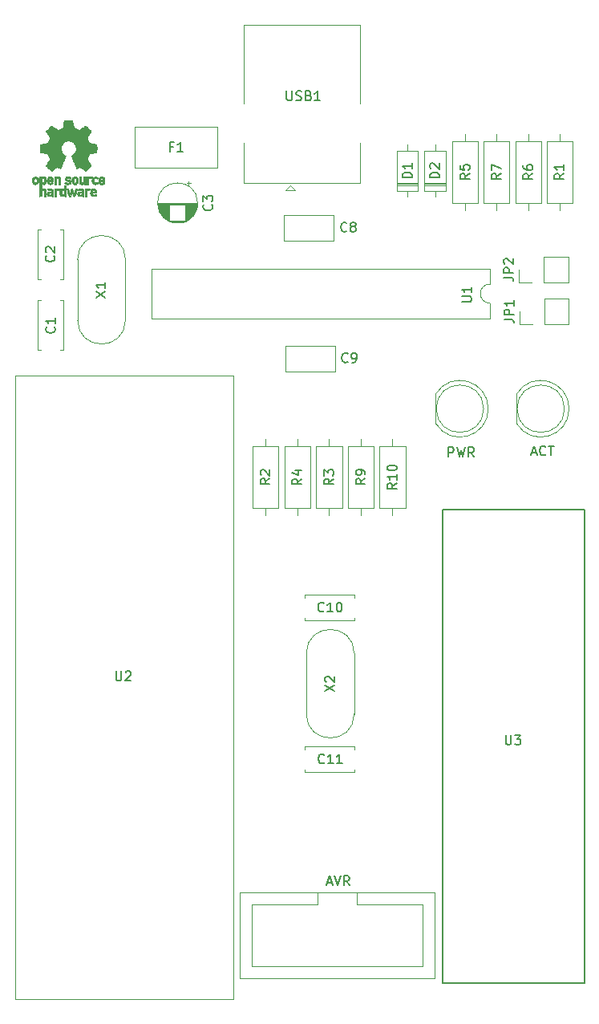
<source format=gbr>
%TF.GenerationSoftware,KiCad,Pcbnew,(5.1.9)-1*%
%TF.CreationDate,2021-05-19T15:48:15+02:00*%
%TF.ProjectId,flashpad,666c6173-6870-4616-942e-6b696361645f,rev?*%
%TF.SameCoordinates,Original*%
%TF.FileFunction,Legend,Top*%
%TF.FilePolarity,Positive*%
%FSLAX46Y46*%
G04 Gerber Fmt 4.6, Leading zero omitted, Abs format (unit mm)*
G04 Created by KiCad (PCBNEW (5.1.9)-1) date 2021-05-19 15:48:15*
%MOMM*%
%LPD*%
G01*
G04 APERTURE LIST*
%ADD10C,0.200000*%
%ADD11C,0.120000*%
%ADD12C,0.010000*%
%ADD13C,0.150000*%
G04 APERTURE END LIST*
D10*
%TO.C,U3*%
X141591001Y-100749001D02*
X141591001Y-150749000D01*
X141591001Y-150749000D02*
X156591000Y-150749000D01*
X156591000Y-100749001D02*
X141591001Y-100749001D01*
X156591000Y-150749000D02*
X156591000Y-100749001D01*
D11*
%TO.C,U2*%
X119563500Y-152400000D02*
X119563500Y-86592000D01*
X119563500Y-86592000D02*
X96463500Y-86592000D01*
X96463500Y-86592000D02*
X96463500Y-152392000D01*
X96463500Y-152392000D02*
X119563500Y-152392000D01*
%TO.C,AVR*%
X140782500Y-141109000D02*
X140782500Y-150229000D01*
X140782500Y-150229000D02*
X120202500Y-150229000D01*
X120202500Y-150229000D02*
X120202500Y-141109000D01*
X120202500Y-141109000D02*
X140782500Y-141109000D01*
X132542500Y-141109000D02*
X132542500Y-142419000D01*
X132542500Y-142419000D02*
X139482500Y-142419000D01*
X139482500Y-142419000D02*
X139482500Y-148919000D01*
X139482500Y-148919000D02*
X121502500Y-148919000D01*
X121502500Y-148919000D02*
X121502500Y-142419000D01*
X121502500Y-142419000D02*
X128442500Y-142419000D01*
X128442500Y-142419000D02*
X128442500Y-142419000D01*
X128442500Y-142419000D02*
X128442500Y-141109000D01*
D12*
%TO.C,REF\u002A\u002A*%
G36*
X99571360Y-65642968D02*
G01*
X99606592Y-65660374D01*
X99650040Y-65690706D01*
X99681706Y-65723783D01*
X99703394Y-65765317D01*
X99716903Y-65821022D01*
X99724038Y-65896611D01*
X99726600Y-65997796D01*
X99726750Y-66041297D01*
X99726312Y-66136635D01*
X99724496Y-66204771D01*
X99720545Y-66251918D01*
X99713702Y-66284290D01*
X99703211Y-66308100D01*
X99692296Y-66324343D01*
X99622619Y-66393452D01*
X99540566Y-66435021D01*
X99452050Y-66447523D01*
X99362981Y-66429434D01*
X99334763Y-66416642D01*
X99267210Y-66381431D01*
X99267210Y-66933200D01*
X99316512Y-66907705D01*
X99381473Y-66887980D01*
X99461320Y-66882927D01*
X99541052Y-66892256D01*
X99601265Y-66913214D01*
X99651208Y-66953127D01*
X99693881Y-67010241D01*
X99697090Y-67016105D01*
X99710622Y-67043727D01*
X99720505Y-67071568D01*
X99727309Y-67105294D01*
X99731601Y-67150571D01*
X99733951Y-67213062D01*
X99734928Y-67298435D01*
X99735105Y-67394510D01*
X99735105Y-67701026D01*
X99551289Y-67701026D01*
X99551289Y-67135839D01*
X99499875Y-67092577D01*
X99446466Y-67057972D01*
X99395888Y-67051680D01*
X99345030Y-67067872D01*
X99317925Y-67083727D01*
X99297751Y-67106310D01*
X99283403Y-67140440D01*
X99273776Y-67190934D01*
X99267763Y-67262611D01*
X99264260Y-67360288D01*
X99263026Y-67425302D01*
X99258855Y-67692671D01*
X99171125Y-67697722D01*
X99083394Y-67702773D01*
X99083394Y-66043601D01*
X99267210Y-66043601D01*
X99271896Y-66136100D01*
X99287688Y-66200309D01*
X99317183Y-66240259D01*
X99362980Y-66259980D01*
X99409250Y-66263921D01*
X99461628Y-66259392D01*
X99496390Y-66241569D01*
X99518128Y-66218019D01*
X99535240Y-66192689D01*
X99545427Y-66164469D01*
X99549960Y-66124931D01*
X99550109Y-66065642D01*
X99548584Y-66015998D01*
X99545081Y-65941210D01*
X99539867Y-65892111D01*
X99531087Y-65860967D01*
X99516886Y-65840045D01*
X99503484Y-65827952D01*
X99447487Y-65801581D01*
X99381211Y-65797322D01*
X99343156Y-65806406D01*
X99305477Y-65838696D01*
X99280519Y-65901506D01*
X99268422Y-65994394D01*
X99267210Y-66043601D01*
X99083394Y-66043601D01*
X99083394Y-65628921D01*
X99175302Y-65628921D01*
X99230483Y-65631103D01*
X99258952Y-65638851D01*
X99267206Y-65653968D01*
X99267210Y-65654416D01*
X99271040Y-65669220D01*
X99287933Y-65667539D01*
X99321519Y-65651272D01*
X99399778Y-65626387D01*
X99487827Y-65623771D01*
X99571360Y-65642968D01*
G37*
X99571360Y-65642968D02*
X99606592Y-65660374D01*
X99650040Y-65690706D01*
X99681706Y-65723783D01*
X99703394Y-65765317D01*
X99716903Y-65821022D01*
X99724038Y-65896611D01*
X99726600Y-65997796D01*
X99726750Y-66041297D01*
X99726312Y-66136635D01*
X99724496Y-66204771D01*
X99720545Y-66251918D01*
X99713702Y-66284290D01*
X99703211Y-66308100D01*
X99692296Y-66324343D01*
X99622619Y-66393452D01*
X99540566Y-66435021D01*
X99452050Y-66447523D01*
X99362981Y-66429434D01*
X99334763Y-66416642D01*
X99267210Y-66381431D01*
X99267210Y-66933200D01*
X99316512Y-66907705D01*
X99381473Y-66887980D01*
X99461320Y-66882927D01*
X99541052Y-66892256D01*
X99601265Y-66913214D01*
X99651208Y-66953127D01*
X99693881Y-67010241D01*
X99697090Y-67016105D01*
X99710622Y-67043727D01*
X99720505Y-67071568D01*
X99727309Y-67105294D01*
X99731601Y-67150571D01*
X99733951Y-67213062D01*
X99734928Y-67298435D01*
X99735105Y-67394510D01*
X99735105Y-67701026D01*
X99551289Y-67701026D01*
X99551289Y-67135839D01*
X99499875Y-67092577D01*
X99446466Y-67057972D01*
X99395888Y-67051680D01*
X99345030Y-67067872D01*
X99317925Y-67083727D01*
X99297751Y-67106310D01*
X99283403Y-67140440D01*
X99273776Y-67190934D01*
X99267763Y-67262611D01*
X99264260Y-67360288D01*
X99263026Y-67425302D01*
X99258855Y-67692671D01*
X99171125Y-67697722D01*
X99083394Y-67702773D01*
X99083394Y-66043601D01*
X99267210Y-66043601D01*
X99271896Y-66136100D01*
X99287688Y-66200309D01*
X99317183Y-66240259D01*
X99362980Y-66259980D01*
X99409250Y-66263921D01*
X99461628Y-66259392D01*
X99496390Y-66241569D01*
X99518128Y-66218019D01*
X99535240Y-66192689D01*
X99545427Y-66164469D01*
X99549960Y-66124931D01*
X99550109Y-66065642D01*
X99548584Y-66015998D01*
X99545081Y-65941210D01*
X99539867Y-65892111D01*
X99531087Y-65860967D01*
X99516886Y-65840045D01*
X99503484Y-65827952D01*
X99447487Y-65801581D01*
X99381211Y-65797322D01*
X99343156Y-65806406D01*
X99305477Y-65838696D01*
X99280519Y-65901506D01*
X99268422Y-65994394D01*
X99267210Y-66043601D01*
X99083394Y-66043601D01*
X99083394Y-65628921D01*
X99175302Y-65628921D01*
X99230483Y-65631103D01*
X99258952Y-65638851D01*
X99267206Y-65653968D01*
X99267210Y-65654416D01*
X99271040Y-65669220D01*
X99287933Y-65667539D01*
X99321519Y-65651272D01*
X99399778Y-65626387D01*
X99487827Y-65623771D01*
X99571360Y-65642968D01*
G36*
X100268457Y-66888684D02*
G01*
X100347070Y-66909660D01*
X100406916Y-66947680D01*
X100449147Y-66997478D01*
X100462275Y-67018730D01*
X100471968Y-67040992D01*
X100478744Y-67069470D01*
X100483123Y-67109371D01*
X100485624Y-67165901D01*
X100486768Y-67244267D01*
X100487072Y-67349676D01*
X100487078Y-67377642D01*
X100487078Y-67701026D01*
X100406868Y-67701026D01*
X100355706Y-67697443D01*
X100317877Y-67688366D01*
X100308399Y-67682768D01*
X100282488Y-67673106D01*
X100256024Y-67682768D01*
X100212452Y-67694830D01*
X100149160Y-67699685D01*
X100079010Y-67697578D01*
X100014860Y-67688756D01*
X99977407Y-67677437D01*
X99904933Y-67630912D01*
X99859640Y-67566346D01*
X99839278Y-67480500D01*
X99839088Y-67478296D01*
X99840875Y-67440213D01*
X100002473Y-67440213D01*
X100016601Y-67483530D01*
X100039612Y-67507908D01*
X100085804Y-67526345D01*
X100146775Y-67533705D01*
X100208949Y-67530083D01*
X100258751Y-67515574D01*
X100272703Y-67506265D01*
X100297085Y-67463253D01*
X100303263Y-67414357D01*
X100303263Y-67350105D01*
X100210818Y-67350105D01*
X100122995Y-67356866D01*
X100056418Y-67376020D01*
X100015002Y-67405876D01*
X100002473Y-67440213D01*
X99840875Y-67440213D01*
X99843490Y-67384504D01*
X99874424Y-67310347D01*
X99932581Y-67254267D01*
X99940620Y-67249165D01*
X99975163Y-67232555D01*
X100017918Y-67222496D01*
X100077686Y-67217607D01*
X100148690Y-67216483D01*
X100303263Y-67216421D01*
X100303263Y-67151625D01*
X100296706Y-67101350D01*
X100279975Y-67067669D01*
X100278016Y-67065876D01*
X100240783Y-67051142D01*
X100184580Y-67045431D01*
X100122467Y-67048237D01*
X100067510Y-67059056D01*
X100034899Y-67075282D01*
X100017228Y-67088280D01*
X99998569Y-67090762D01*
X99972819Y-67080113D01*
X99933873Y-67053718D01*
X99875630Y-67008965D01*
X99870284Y-67004773D01*
X99873023Y-66989260D01*
X99895876Y-66963460D01*
X99930609Y-66934789D01*
X99968990Y-66910666D01*
X99981048Y-66904970D01*
X100025034Y-66893603D01*
X100089487Y-66885495D01*
X100161497Y-66882243D01*
X100164864Y-66882236D01*
X100268457Y-66888684D01*
G37*
X100268457Y-66888684D02*
X100347070Y-66909660D01*
X100406916Y-66947680D01*
X100449147Y-66997478D01*
X100462275Y-67018730D01*
X100471968Y-67040992D01*
X100478744Y-67069470D01*
X100483123Y-67109371D01*
X100485624Y-67165901D01*
X100486768Y-67244267D01*
X100487072Y-67349676D01*
X100487078Y-67377642D01*
X100487078Y-67701026D01*
X100406868Y-67701026D01*
X100355706Y-67697443D01*
X100317877Y-67688366D01*
X100308399Y-67682768D01*
X100282488Y-67673106D01*
X100256024Y-67682768D01*
X100212452Y-67694830D01*
X100149160Y-67699685D01*
X100079010Y-67697578D01*
X100014860Y-67688756D01*
X99977407Y-67677437D01*
X99904933Y-67630912D01*
X99859640Y-67566346D01*
X99839278Y-67480500D01*
X99839088Y-67478296D01*
X99840875Y-67440213D01*
X100002473Y-67440213D01*
X100016601Y-67483530D01*
X100039612Y-67507908D01*
X100085804Y-67526345D01*
X100146775Y-67533705D01*
X100208949Y-67530083D01*
X100258751Y-67515574D01*
X100272703Y-67506265D01*
X100297085Y-67463253D01*
X100303263Y-67414357D01*
X100303263Y-67350105D01*
X100210818Y-67350105D01*
X100122995Y-67356866D01*
X100056418Y-67376020D01*
X100015002Y-67405876D01*
X100002473Y-67440213D01*
X99840875Y-67440213D01*
X99843490Y-67384504D01*
X99874424Y-67310347D01*
X99932581Y-67254267D01*
X99940620Y-67249165D01*
X99975163Y-67232555D01*
X100017918Y-67222496D01*
X100077686Y-67217607D01*
X100148690Y-67216483D01*
X100303263Y-67216421D01*
X100303263Y-67151625D01*
X100296706Y-67101350D01*
X100279975Y-67067669D01*
X100278016Y-67065876D01*
X100240783Y-67051142D01*
X100184580Y-67045431D01*
X100122467Y-67048237D01*
X100067510Y-67059056D01*
X100034899Y-67075282D01*
X100017228Y-67088280D01*
X99998569Y-67090762D01*
X99972819Y-67080113D01*
X99933873Y-67053718D01*
X99875630Y-67008965D01*
X99870284Y-67004773D01*
X99873023Y-66989260D01*
X99895876Y-66963460D01*
X99930609Y-66934789D01*
X99968990Y-66910666D01*
X99981048Y-66904970D01*
X100025034Y-66893603D01*
X100089487Y-66885495D01*
X100161497Y-66882243D01*
X100164864Y-66882236D01*
X100268457Y-66888684D01*
G36*
X100787881Y-66883986D02*
G01*
X100812888Y-66891482D01*
X100820950Y-66907951D01*
X100821289Y-66915386D01*
X100822736Y-66936094D01*
X100832698Y-66939345D01*
X100859612Y-66925148D01*
X100875598Y-66915448D01*
X100926033Y-66894675D01*
X100986272Y-66884404D01*
X101049434Y-66883614D01*
X101108637Y-66891286D01*
X101157002Y-66906398D01*
X101187646Y-66927932D01*
X101193689Y-66954866D01*
X101190639Y-66962160D01*
X101168406Y-66992437D01*
X101133930Y-67029675D01*
X101127694Y-67035695D01*
X101094833Y-67063375D01*
X101066480Y-67072318D01*
X101026827Y-67066076D01*
X101010942Y-67061929D01*
X100961509Y-67051967D01*
X100926752Y-67056447D01*
X100897400Y-67072246D01*
X100870513Y-67093449D01*
X100850710Y-67120114D01*
X100836948Y-67157327D01*
X100828184Y-67210173D01*
X100823374Y-67283737D01*
X100821474Y-67383105D01*
X100821289Y-67443101D01*
X100821289Y-67701026D01*
X100654184Y-67701026D01*
X100654184Y-66882210D01*
X100737736Y-66882210D01*
X100787881Y-66883986D01*
G37*
X100787881Y-66883986D02*
X100812888Y-66891482D01*
X100820950Y-66907951D01*
X100821289Y-66915386D01*
X100822736Y-66936094D01*
X100832698Y-66939345D01*
X100859612Y-66925148D01*
X100875598Y-66915448D01*
X100926033Y-66894675D01*
X100986272Y-66884404D01*
X101049434Y-66883614D01*
X101108637Y-66891286D01*
X101157002Y-66906398D01*
X101187646Y-66927932D01*
X101193689Y-66954866D01*
X101190639Y-66962160D01*
X101168406Y-66992437D01*
X101133930Y-67029675D01*
X101127694Y-67035695D01*
X101094833Y-67063375D01*
X101066480Y-67072318D01*
X101026827Y-67066076D01*
X101010942Y-67061929D01*
X100961509Y-67051967D01*
X100926752Y-67056447D01*
X100897400Y-67072246D01*
X100870513Y-67093449D01*
X100850710Y-67120114D01*
X100836948Y-67157327D01*
X100828184Y-67210173D01*
X100823374Y-67283737D01*
X100821474Y-67383105D01*
X100821289Y-67443101D01*
X100821289Y-67701026D01*
X100654184Y-67701026D01*
X100654184Y-66882210D01*
X100737736Y-66882210D01*
X100787881Y-66883986D01*
G36*
X101840631Y-67701026D02*
G01*
X101748723Y-67701026D01*
X101695377Y-67699462D01*
X101667593Y-67692985D01*
X101657590Y-67678918D01*
X101656815Y-67669406D01*
X101655128Y-67650332D01*
X101644490Y-67646674D01*
X101616535Y-67658432D01*
X101594795Y-67669406D01*
X101511332Y-67695411D01*
X101420604Y-67696916D01*
X101346842Y-67677521D01*
X101278154Y-67630665D01*
X101225794Y-67561504D01*
X101197122Y-67479927D01*
X101196392Y-67475366D01*
X101192132Y-67425601D01*
X101190014Y-67354159D01*
X101190184Y-67300126D01*
X101372720Y-67300126D01*
X101376949Y-67371941D01*
X101386568Y-67431134D01*
X101399590Y-67464560D01*
X101448856Y-67510240D01*
X101507350Y-67526615D01*
X101567671Y-67513373D01*
X101619217Y-67473873D01*
X101638738Y-67447307D01*
X101650152Y-67415606D01*
X101655498Y-67369332D01*
X101656815Y-67299828D01*
X101654458Y-67230999D01*
X101648233Y-67170526D01*
X101639408Y-67130056D01*
X101637937Y-67126429D01*
X101602347Y-67083302D01*
X101550400Y-67059624D01*
X101492278Y-67055801D01*
X101438160Y-67072238D01*
X101398226Y-67109340D01*
X101394083Y-67116722D01*
X101381116Y-67161739D01*
X101374052Y-67226467D01*
X101372720Y-67300126D01*
X101190184Y-67300126D01*
X101190271Y-67272730D01*
X101191472Y-67228905D01*
X101199645Y-67120488D01*
X101216630Y-67039088D01*
X101244887Y-66978912D01*
X101286872Y-66934166D01*
X101327632Y-66907900D01*
X101384581Y-66889435D01*
X101455411Y-66883102D01*
X101527941Y-66888260D01*
X101589986Y-66904269D01*
X101622768Y-66923420D01*
X101656815Y-66954232D01*
X101656815Y-66564710D01*
X101840631Y-66564710D01*
X101840631Y-67701026D01*
G37*
X101840631Y-67701026D02*
X101748723Y-67701026D01*
X101695377Y-67699462D01*
X101667593Y-67692985D01*
X101657590Y-67678918D01*
X101656815Y-67669406D01*
X101655128Y-67650332D01*
X101644490Y-67646674D01*
X101616535Y-67658432D01*
X101594795Y-67669406D01*
X101511332Y-67695411D01*
X101420604Y-67696916D01*
X101346842Y-67677521D01*
X101278154Y-67630665D01*
X101225794Y-67561504D01*
X101197122Y-67479927D01*
X101196392Y-67475366D01*
X101192132Y-67425601D01*
X101190014Y-67354159D01*
X101190184Y-67300126D01*
X101372720Y-67300126D01*
X101376949Y-67371941D01*
X101386568Y-67431134D01*
X101399590Y-67464560D01*
X101448856Y-67510240D01*
X101507350Y-67526615D01*
X101567671Y-67513373D01*
X101619217Y-67473873D01*
X101638738Y-67447307D01*
X101650152Y-67415606D01*
X101655498Y-67369332D01*
X101656815Y-67299828D01*
X101654458Y-67230999D01*
X101648233Y-67170526D01*
X101639408Y-67130056D01*
X101637937Y-67126429D01*
X101602347Y-67083302D01*
X101550400Y-67059624D01*
X101492278Y-67055801D01*
X101438160Y-67072238D01*
X101398226Y-67109340D01*
X101394083Y-67116722D01*
X101381116Y-67161739D01*
X101374052Y-67226467D01*
X101372720Y-67300126D01*
X101190184Y-67300126D01*
X101190271Y-67272730D01*
X101191472Y-67228905D01*
X101199645Y-67120488D01*
X101216630Y-67039088D01*
X101244887Y-66978912D01*
X101286872Y-66934166D01*
X101327632Y-66907900D01*
X101384581Y-66889435D01*
X101455411Y-66883102D01*
X101527941Y-66888260D01*
X101589986Y-66904269D01*
X101622768Y-66923420D01*
X101656815Y-66954232D01*
X101656815Y-66564710D01*
X101840631Y-66564710D01*
X101840631Y-67701026D01*
G36*
X102482130Y-66885604D02*
G01*
X102548220Y-66890566D01*
X102634626Y-67149579D01*
X102721031Y-67408592D01*
X102748124Y-67316684D01*
X102764428Y-67259884D01*
X102785875Y-67183125D01*
X102809035Y-67098751D01*
X102821280Y-67053493D01*
X102867344Y-66882210D01*
X103057387Y-66882210D01*
X103000582Y-67061849D01*
X102972607Y-67150204D01*
X102938813Y-67256781D01*
X102903520Y-67367954D01*
X102872013Y-67467079D01*
X102800250Y-67692671D01*
X102645286Y-67702753D01*
X102603270Y-67564028D01*
X102577359Y-67477851D01*
X102549083Y-67382847D01*
X102524369Y-67298941D01*
X102523394Y-67295602D01*
X102504935Y-67238748D01*
X102488649Y-67199956D01*
X102477242Y-67185287D01*
X102474898Y-67186983D01*
X102466671Y-67209725D01*
X102451038Y-67258440D01*
X102429904Y-67327002D01*
X102405170Y-67409285D01*
X102391787Y-67454546D01*
X102319311Y-67701026D01*
X102165495Y-67701026D01*
X102042531Y-67312506D01*
X102007988Y-67203522D01*
X101976521Y-67104548D01*
X101949616Y-67020236D01*
X101928759Y-66955234D01*
X101915438Y-66914192D01*
X101911388Y-66902201D01*
X101914594Y-66889923D01*
X101939765Y-66884546D01*
X101992146Y-66885084D01*
X102000345Y-66885490D01*
X102097482Y-66890566D01*
X102161100Y-67124513D01*
X102184484Y-67209833D01*
X102205381Y-67284835D01*
X102221951Y-67343007D01*
X102232354Y-67377837D01*
X102234276Y-67383516D01*
X102242241Y-67376986D01*
X102258304Y-67343154D01*
X102280621Y-67286627D01*
X102307345Y-67212010D01*
X102329937Y-67144607D01*
X102416041Y-66880643D01*
X102482130Y-66885604D01*
G37*
X102482130Y-66885604D02*
X102548220Y-66890566D01*
X102634626Y-67149579D01*
X102721031Y-67408592D01*
X102748124Y-67316684D01*
X102764428Y-67259884D01*
X102785875Y-67183125D01*
X102809035Y-67098751D01*
X102821280Y-67053493D01*
X102867344Y-66882210D01*
X103057387Y-66882210D01*
X103000582Y-67061849D01*
X102972607Y-67150204D01*
X102938813Y-67256781D01*
X102903520Y-67367954D01*
X102872013Y-67467079D01*
X102800250Y-67692671D01*
X102645286Y-67702753D01*
X102603270Y-67564028D01*
X102577359Y-67477851D01*
X102549083Y-67382847D01*
X102524369Y-67298941D01*
X102523394Y-67295602D01*
X102504935Y-67238748D01*
X102488649Y-67199956D01*
X102477242Y-67185287D01*
X102474898Y-67186983D01*
X102466671Y-67209725D01*
X102451038Y-67258440D01*
X102429904Y-67327002D01*
X102405170Y-67409285D01*
X102391787Y-67454546D01*
X102319311Y-67701026D01*
X102165495Y-67701026D01*
X102042531Y-67312506D01*
X102007988Y-67203522D01*
X101976521Y-67104548D01*
X101949616Y-67020236D01*
X101928759Y-66955234D01*
X101915438Y-66914192D01*
X101911388Y-66902201D01*
X101914594Y-66889923D01*
X101939765Y-66884546D01*
X101992146Y-66885084D01*
X102000345Y-66885490D01*
X102097482Y-66890566D01*
X102161100Y-67124513D01*
X102184484Y-67209833D01*
X102205381Y-67284835D01*
X102221951Y-67343007D01*
X102232354Y-67377837D01*
X102234276Y-67383516D01*
X102242241Y-67376986D01*
X102258304Y-67343154D01*
X102280621Y-67286627D01*
X102307345Y-67212010D01*
X102329937Y-67144607D01*
X102416041Y-66880643D01*
X102482130Y-66885604D01*
G36*
X103487992Y-66887173D02*
G01*
X103558427Y-66904280D01*
X103578787Y-66913344D01*
X103618253Y-66937083D01*
X103648541Y-66963821D01*
X103670952Y-66998199D01*
X103686786Y-67044860D01*
X103697343Y-67108446D01*
X103703924Y-67193599D01*
X103707828Y-67304962D01*
X103709310Y-67379349D01*
X103714765Y-67701026D01*
X103621580Y-67701026D01*
X103565047Y-67698656D01*
X103535922Y-67690555D01*
X103528394Y-67676951D01*
X103524420Y-67662241D01*
X103506652Y-67665054D01*
X103482440Y-67676848D01*
X103421828Y-67694927D01*
X103343929Y-67699799D01*
X103261995Y-67691830D01*
X103189281Y-67671389D01*
X103182759Y-67668551D01*
X103116302Y-67621865D01*
X103072491Y-67556964D01*
X103052332Y-67481100D01*
X103053872Y-67453844D01*
X103218345Y-67453844D01*
X103232837Y-67490524D01*
X103275805Y-67516809D01*
X103345129Y-67530917D01*
X103382177Y-67532790D01*
X103443919Y-67527994D01*
X103484960Y-67509358D01*
X103494973Y-67500500D01*
X103522100Y-67452306D01*
X103528394Y-67408592D01*
X103528394Y-67350105D01*
X103446930Y-67350105D01*
X103352234Y-67354932D01*
X103285813Y-67370113D01*
X103243846Y-67396700D01*
X103234449Y-67408552D01*
X103218345Y-67453844D01*
X103053872Y-67453844D01*
X103056829Y-67401526D01*
X103086985Y-67325495D01*
X103128131Y-67274112D01*
X103153052Y-67251897D01*
X103177448Y-67237298D01*
X103209191Y-67228397D01*
X103256152Y-67223275D01*
X103326204Y-67220015D01*
X103353990Y-67219077D01*
X103528394Y-67213379D01*
X103528138Y-67160591D01*
X103521384Y-67105103D01*
X103496964Y-67071552D01*
X103447630Y-67050118D01*
X103446306Y-67049736D01*
X103376360Y-67041308D01*
X103307914Y-67052316D01*
X103257047Y-67079085D01*
X103236637Y-67092303D01*
X103214654Y-67090474D01*
X103180826Y-67071324D01*
X103160961Y-67057808D01*
X103122106Y-67028932D01*
X103098038Y-67007286D01*
X103094176Y-67001089D01*
X103110079Y-66969019D01*
X103157065Y-66930719D01*
X103177473Y-66917797D01*
X103236143Y-66895541D01*
X103315212Y-66882932D01*
X103403041Y-66880100D01*
X103487992Y-66887173D01*
G37*
X103487992Y-66887173D02*
X103558427Y-66904280D01*
X103578787Y-66913344D01*
X103618253Y-66937083D01*
X103648541Y-66963821D01*
X103670952Y-66998199D01*
X103686786Y-67044860D01*
X103697343Y-67108446D01*
X103703924Y-67193599D01*
X103707828Y-67304962D01*
X103709310Y-67379349D01*
X103714765Y-67701026D01*
X103621580Y-67701026D01*
X103565047Y-67698656D01*
X103535922Y-67690555D01*
X103528394Y-67676951D01*
X103524420Y-67662241D01*
X103506652Y-67665054D01*
X103482440Y-67676848D01*
X103421828Y-67694927D01*
X103343929Y-67699799D01*
X103261995Y-67691830D01*
X103189281Y-67671389D01*
X103182759Y-67668551D01*
X103116302Y-67621865D01*
X103072491Y-67556964D01*
X103052332Y-67481100D01*
X103053872Y-67453844D01*
X103218345Y-67453844D01*
X103232837Y-67490524D01*
X103275805Y-67516809D01*
X103345129Y-67530917D01*
X103382177Y-67532790D01*
X103443919Y-67527994D01*
X103484960Y-67509358D01*
X103494973Y-67500500D01*
X103522100Y-67452306D01*
X103528394Y-67408592D01*
X103528394Y-67350105D01*
X103446930Y-67350105D01*
X103352234Y-67354932D01*
X103285813Y-67370113D01*
X103243846Y-67396700D01*
X103234449Y-67408552D01*
X103218345Y-67453844D01*
X103053872Y-67453844D01*
X103056829Y-67401526D01*
X103086985Y-67325495D01*
X103128131Y-67274112D01*
X103153052Y-67251897D01*
X103177448Y-67237298D01*
X103209191Y-67228397D01*
X103256152Y-67223275D01*
X103326204Y-67220015D01*
X103353990Y-67219077D01*
X103528394Y-67213379D01*
X103528138Y-67160591D01*
X103521384Y-67105103D01*
X103496964Y-67071552D01*
X103447630Y-67050118D01*
X103446306Y-67049736D01*
X103376360Y-67041308D01*
X103307914Y-67052316D01*
X103257047Y-67079085D01*
X103236637Y-67092303D01*
X103214654Y-67090474D01*
X103180826Y-67071324D01*
X103160961Y-67057808D01*
X103122106Y-67028932D01*
X103098038Y-67007286D01*
X103094176Y-67001089D01*
X103110079Y-66969019D01*
X103157065Y-66930719D01*
X103177473Y-66917797D01*
X103236143Y-66895541D01*
X103315212Y-66882932D01*
X103403041Y-66880100D01*
X103487992Y-66887173D01*
G36*
X104281167Y-66881947D02*
G01*
X104345408Y-66894612D01*
X104381980Y-66913364D01*
X104420453Y-66944517D01*
X104365717Y-67013627D01*
X104331969Y-67055479D01*
X104309053Y-67075898D01*
X104286279Y-67079017D01*
X104252956Y-67068972D01*
X104237314Y-67063289D01*
X104173542Y-67054904D01*
X104115140Y-67072878D01*
X104072264Y-67113482D01*
X104065299Y-67126429D01*
X104057713Y-67160724D01*
X104051859Y-67223927D01*
X104048011Y-67311560D01*
X104046443Y-67419140D01*
X104046421Y-67434444D01*
X104046421Y-67701026D01*
X103862605Y-67701026D01*
X103862605Y-66882210D01*
X103954513Y-66882210D01*
X104007507Y-66883594D01*
X104035115Y-66889752D01*
X104045324Y-66903694D01*
X104046421Y-66916844D01*
X104046421Y-66951478D01*
X104090450Y-66916844D01*
X104140937Y-66893216D01*
X104208760Y-66881533D01*
X104281167Y-66881947D01*
G37*
X104281167Y-66881947D02*
X104345408Y-66894612D01*
X104381980Y-66913364D01*
X104420453Y-66944517D01*
X104365717Y-67013627D01*
X104331969Y-67055479D01*
X104309053Y-67075898D01*
X104286279Y-67079017D01*
X104252956Y-67068972D01*
X104237314Y-67063289D01*
X104173542Y-67054904D01*
X104115140Y-67072878D01*
X104072264Y-67113482D01*
X104065299Y-67126429D01*
X104057713Y-67160724D01*
X104051859Y-67223927D01*
X104048011Y-67311560D01*
X104046443Y-67419140D01*
X104046421Y-67434444D01*
X104046421Y-67701026D01*
X103862605Y-67701026D01*
X103862605Y-66882210D01*
X103954513Y-66882210D01*
X104007507Y-66883594D01*
X104035115Y-66889752D01*
X104045324Y-66903694D01*
X104046421Y-66916844D01*
X104046421Y-66951478D01*
X104090450Y-66916844D01*
X104140937Y-66893216D01*
X104208760Y-66881533D01*
X104281167Y-66881947D01*
G36*
X104809193Y-66886578D02*
G01*
X104889068Y-66907345D01*
X104955962Y-66950205D01*
X104988351Y-66982223D01*
X105041445Y-67057913D01*
X105071873Y-67145716D01*
X105082327Y-67253650D01*
X105082380Y-67262375D01*
X105082473Y-67350105D01*
X104577534Y-67350105D01*
X104588298Y-67396059D01*
X104607732Y-67437678D01*
X104641745Y-67481044D01*
X104648860Y-67487967D01*
X104710003Y-67525435D01*
X104779729Y-67531789D01*
X104859987Y-67507138D01*
X104873592Y-67500500D01*
X104915319Y-67480319D01*
X104943268Y-67468821D01*
X104948145Y-67467758D01*
X104965168Y-67478083D01*
X104997633Y-67503345D01*
X105014114Y-67517150D01*
X105048264Y-67548861D01*
X105059478Y-67569799D01*
X105051695Y-67589060D01*
X105047535Y-67594327D01*
X105019357Y-67617378D01*
X104972862Y-67645392D01*
X104940434Y-67661746D01*
X104848385Y-67690559D01*
X104746476Y-67699895D01*
X104649963Y-67688832D01*
X104622934Y-67680912D01*
X104539276Y-67636081D01*
X104477266Y-67567098D01*
X104436545Y-67473294D01*
X104416755Y-67353998D01*
X104414582Y-67291618D01*
X104420926Y-67200798D01*
X104581157Y-67200798D01*
X104596655Y-67207512D01*
X104638312Y-67212780D01*
X104698876Y-67215889D01*
X104739907Y-67216421D01*
X104813711Y-67215908D01*
X104860293Y-67213506D01*
X104885848Y-67207922D01*
X104896569Y-67197861D01*
X104898657Y-67183263D01*
X104884331Y-67138296D01*
X104848262Y-67093853D01*
X104800815Y-67059742D01*
X104753349Y-67045788D01*
X104688879Y-67058166D01*
X104633070Y-67093952D01*
X104594374Y-67145533D01*
X104581157Y-67200798D01*
X104420926Y-67200798D01*
X104423821Y-67159366D01*
X104452336Y-67053998D01*
X104500729Y-66974678D01*
X104569604Y-66920571D01*
X104659565Y-66890843D01*
X104708300Y-66885118D01*
X104809193Y-66886578D01*
G37*
X104809193Y-66886578D02*
X104889068Y-66907345D01*
X104955962Y-66950205D01*
X104988351Y-66982223D01*
X105041445Y-67057913D01*
X105071873Y-67145716D01*
X105082327Y-67253650D01*
X105082380Y-67262375D01*
X105082473Y-67350105D01*
X104577534Y-67350105D01*
X104588298Y-67396059D01*
X104607732Y-67437678D01*
X104641745Y-67481044D01*
X104648860Y-67487967D01*
X104710003Y-67525435D01*
X104779729Y-67531789D01*
X104859987Y-67507138D01*
X104873592Y-67500500D01*
X104915319Y-67480319D01*
X104943268Y-67468821D01*
X104948145Y-67467758D01*
X104965168Y-67478083D01*
X104997633Y-67503345D01*
X105014114Y-67517150D01*
X105048264Y-67548861D01*
X105059478Y-67569799D01*
X105051695Y-67589060D01*
X105047535Y-67594327D01*
X105019357Y-67617378D01*
X104972862Y-67645392D01*
X104940434Y-67661746D01*
X104848385Y-67690559D01*
X104746476Y-67699895D01*
X104649963Y-67688832D01*
X104622934Y-67680912D01*
X104539276Y-67636081D01*
X104477266Y-67567098D01*
X104436545Y-67473294D01*
X104416755Y-67353998D01*
X104414582Y-67291618D01*
X104420926Y-67200798D01*
X104581157Y-67200798D01*
X104596655Y-67207512D01*
X104638312Y-67212780D01*
X104698876Y-67215889D01*
X104739907Y-67216421D01*
X104813711Y-67215908D01*
X104860293Y-67213506D01*
X104885848Y-67207922D01*
X104896569Y-67197861D01*
X104898657Y-67183263D01*
X104884331Y-67138296D01*
X104848262Y-67093853D01*
X104800815Y-67059742D01*
X104753349Y-67045788D01*
X104688879Y-67058166D01*
X104633070Y-67093952D01*
X104594374Y-67145533D01*
X104581157Y-67200798D01*
X104420926Y-67200798D01*
X104423821Y-67159366D01*
X104452336Y-67053998D01*
X104500729Y-66974678D01*
X104569604Y-66920571D01*
X104659565Y-66890843D01*
X104708300Y-66885118D01*
X104809193Y-66886578D01*
G36*
X98734784Y-65637604D02*
G01*
X98822205Y-65676254D01*
X98888570Y-65740790D01*
X98933976Y-65831312D01*
X98958518Y-65947918D01*
X98960277Y-65966124D01*
X98961656Y-66094484D01*
X98943784Y-66206996D01*
X98907750Y-66298188D01*
X98888455Y-66327522D01*
X98821245Y-66389606D01*
X98735650Y-66429816D01*
X98639890Y-66446503D01*
X98542187Y-66438017D01*
X98467917Y-66411880D01*
X98404047Y-66367835D01*
X98351846Y-66310087D01*
X98350943Y-66308736D01*
X98329744Y-66273093D01*
X98315967Y-66237252D01*
X98307624Y-66192019D01*
X98302727Y-66128201D01*
X98300569Y-66075868D01*
X98299671Y-66028410D01*
X98466743Y-66028410D01*
X98468376Y-66075654D01*
X98474304Y-66138546D01*
X98484761Y-66178907D01*
X98503619Y-66207622D01*
X98521281Y-66224396D01*
X98583894Y-66259516D01*
X98649408Y-66264210D01*
X98710421Y-66238940D01*
X98740928Y-66210624D01*
X98762911Y-66182089D01*
X98775769Y-66154784D01*
X98781412Y-66119250D01*
X98781751Y-66066024D01*
X98780012Y-66017006D01*
X98776271Y-65946982D01*
X98770341Y-65901564D01*
X98759653Y-65871940D01*
X98741639Y-65849297D01*
X98727363Y-65836355D01*
X98667651Y-65802360D01*
X98603234Y-65800665D01*
X98549219Y-65820801D01*
X98503140Y-65862852D01*
X98475689Y-65931928D01*
X98466743Y-66028410D01*
X98299671Y-66028410D01*
X98298599Y-65971799D01*
X98301964Y-65893968D01*
X98312045Y-65835430D01*
X98330226Y-65789237D01*
X98357890Y-65748442D01*
X98368146Y-65736328D01*
X98432278Y-65675974D01*
X98501066Y-65640720D01*
X98585189Y-65625950D01*
X98626209Y-65624743D01*
X98734784Y-65637604D01*
G37*
X98734784Y-65637604D02*
X98822205Y-65676254D01*
X98888570Y-65740790D01*
X98933976Y-65831312D01*
X98958518Y-65947918D01*
X98960277Y-65966124D01*
X98961656Y-66094484D01*
X98943784Y-66206996D01*
X98907750Y-66298188D01*
X98888455Y-66327522D01*
X98821245Y-66389606D01*
X98735650Y-66429816D01*
X98639890Y-66446503D01*
X98542187Y-66438017D01*
X98467917Y-66411880D01*
X98404047Y-66367835D01*
X98351846Y-66310087D01*
X98350943Y-66308736D01*
X98329744Y-66273093D01*
X98315967Y-66237252D01*
X98307624Y-66192019D01*
X98302727Y-66128201D01*
X98300569Y-66075868D01*
X98299671Y-66028410D01*
X98466743Y-66028410D01*
X98468376Y-66075654D01*
X98474304Y-66138546D01*
X98484761Y-66178907D01*
X98503619Y-66207622D01*
X98521281Y-66224396D01*
X98583894Y-66259516D01*
X98649408Y-66264210D01*
X98710421Y-66238940D01*
X98740928Y-66210624D01*
X98762911Y-66182089D01*
X98775769Y-66154784D01*
X98781412Y-66119250D01*
X98781751Y-66066024D01*
X98780012Y-66017006D01*
X98776271Y-65946982D01*
X98770341Y-65901564D01*
X98759653Y-65871940D01*
X98741639Y-65849297D01*
X98727363Y-65836355D01*
X98667651Y-65802360D01*
X98603234Y-65800665D01*
X98549219Y-65820801D01*
X98503140Y-65862852D01*
X98475689Y-65931928D01*
X98466743Y-66028410D01*
X98299671Y-66028410D01*
X98298599Y-65971799D01*
X98301964Y-65893968D01*
X98312045Y-65835430D01*
X98330226Y-65789237D01*
X98357890Y-65748442D01*
X98368146Y-65736328D01*
X98432278Y-65675974D01*
X98501066Y-65640720D01*
X98585189Y-65625950D01*
X98626209Y-65624743D01*
X98734784Y-65637604D01*
G36*
X100305018Y-65647527D02*
G01*
X100321670Y-65655366D01*
X100379305Y-65697586D01*
X100433805Y-65759200D01*
X100474499Y-65827043D01*
X100486074Y-65858234D01*
X100496634Y-65913949D01*
X100502931Y-65981281D01*
X100503696Y-66009085D01*
X100503789Y-66096816D01*
X99998850Y-66096816D01*
X100009613Y-66142770D01*
X100036033Y-66197120D01*
X100082222Y-66244091D01*
X100137172Y-66274348D01*
X100172189Y-66280631D01*
X100219677Y-66273006D01*
X100276335Y-66253883D01*
X100295582Y-66245084D01*
X100366759Y-66209536D01*
X100427502Y-66255867D01*
X100462552Y-66287203D01*
X100481202Y-66313067D01*
X100482147Y-66320658D01*
X100465485Y-66339056D01*
X100428970Y-66367015D01*
X100395828Y-66388827D01*
X100306393Y-66428037D01*
X100206129Y-66445785D01*
X100106754Y-66441170D01*
X100027539Y-66417051D01*
X99945880Y-66365384D01*
X99887849Y-66297356D01*
X99851546Y-66209343D01*
X99835072Y-66097716D01*
X99833611Y-66046638D01*
X99839457Y-65929591D01*
X99840175Y-65926186D01*
X100007489Y-65926186D01*
X100012097Y-65937162D01*
X100031036Y-65943215D01*
X100070098Y-65945810D01*
X100135077Y-65946410D01*
X100160097Y-65946421D01*
X100236221Y-65945514D01*
X100284496Y-65942220D01*
X100310460Y-65935681D01*
X100319648Y-65925037D01*
X100319973Y-65921619D01*
X100309487Y-65894456D01*
X100283242Y-65856403D01*
X100271959Y-65843079D01*
X100230072Y-65805396D01*
X100186409Y-65790580D01*
X100162885Y-65789342D01*
X100099243Y-65804829D01*
X100045873Y-65846430D01*
X100012019Y-65906853D01*
X100011419Y-65908822D01*
X100007489Y-65926186D01*
X99840175Y-65926186D01*
X99858899Y-65837428D01*
X99893922Y-65763690D01*
X99936756Y-65711348D01*
X100015948Y-65654592D01*
X100109040Y-65624262D01*
X100208055Y-65621521D01*
X100305018Y-65647527D01*
G37*
X100305018Y-65647527D02*
X100321670Y-65655366D01*
X100379305Y-65697586D01*
X100433805Y-65759200D01*
X100474499Y-65827043D01*
X100486074Y-65858234D01*
X100496634Y-65913949D01*
X100502931Y-65981281D01*
X100503696Y-66009085D01*
X100503789Y-66096816D01*
X99998850Y-66096816D01*
X100009613Y-66142770D01*
X100036033Y-66197120D01*
X100082222Y-66244091D01*
X100137172Y-66274348D01*
X100172189Y-66280631D01*
X100219677Y-66273006D01*
X100276335Y-66253883D01*
X100295582Y-66245084D01*
X100366759Y-66209536D01*
X100427502Y-66255867D01*
X100462552Y-66287203D01*
X100481202Y-66313067D01*
X100482147Y-66320658D01*
X100465485Y-66339056D01*
X100428970Y-66367015D01*
X100395828Y-66388827D01*
X100306393Y-66428037D01*
X100206129Y-66445785D01*
X100106754Y-66441170D01*
X100027539Y-66417051D01*
X99945880Y-66365384D01*
X99887849Y-66297356D01*
X99851546Y-66209343D01*
X99835072Y-66097716D01*
X99833611Y-66046638D01*
X99839457Y-65929591D01*
X99840175Y-65926186D01*
X100007489Y-65926186D01*
X100012097Y-65937162D01*
X100031036Y-65943215D01*
X100070098Y-65945810D01*
X100135077Y-65946410D01*
X100160097Y-65946421D01*
X100236221Y-65945514D01*
X100284496Y-65942220D01*
X100310460Y-65935681D01*
X100319648Y-65925037D01*
X100319973Y-65921619D01*
X100309487Y-65894456D01*
X100283242Y-65856403D01*
X100271959Y-65843079D01*
X100230072Y-65805396D01*
X100186409Y-65790580D01*
X100162885Y-65789342D01*
X100099243Y-65804829D01*
X100045873Y-65846430D01*
X100012019Y-65906853D01*
X100011419Y-65908822D01*
X100007489Y-65926186D01*
X99840175Y-65926186D01*
X99858899Y-65837428D01*
X99893922Y-65763690D01*
X99936756Y-65711348D01*
X100015948Y-65654592D01*
X100109040Y-65624262D01*
X100208055Y-65621521D01*
X100305018Y-65647527D01*
G36*
X102126628Y-65626047D02*
G01*
X102189908Y-65638048D01*
X102255557Y-65663148D01*
X102262572Y-65666348D01*
X102312356Y-65692526D01*
X102346834Y-65716853D01*
X102357978Y-65732437D01*
X102347366Y-65757853D01*
X102321588Y-65795353D01*
X102310146Y-65809352D01*
X102262992Y-65864454D01*
X102202201Y-65828586D01*
X102144347Y-65804692D01*
X102077500Y-65791920D01*
X102013394Y-65791113D01*
X101963764Y-65803115D01*
X101951854Y-65810605D01*
X101929172Y-65844950D01*
X101926416Y-65884513D01*
X101943388Y-65915420D01*
X101953427Y-65921413D01*
X101983510Y-65928857D01*
X102036389Y-65937606D01*
X102101575Y-65945967D01*
X102113600Y-65947278D01*
X102218297Y-65965388D01*
X102294232Y-65996151D01*
X102344592Y-66042407D01*
X102372564Y-66106997D01*
X102381278Y-66185887D01*
X102369240Y-66275565D01*
X102330151Y-66345986D01*
X102263855Y-66397277D01*
X102170194Y-66429567D01*
X102066223Y-66442307D01*
X101981438Y-66442154D01*
X101912665Y-66430583D01*
X101865697Y-66414609D01*
X101806350Y-66386775D01*
X101751506Y-66354473D01*
X101732013Y-66340255D01*
X101681881Y-66299335D01*
X101802803Y-66176977D01*
X101871543Y-66222467D01*
X101940488Y-66256633D01*
X102014111Y-66274504D01*
X102084883Y-66276389D01*
X102145274Y-66262601D01*
X102187757Y-66233449D01*
X102201474Y-66208852D01*
X102199417Y-66169404D01*
X102165330Y-66139237D01*
X102099308Y-66118406D01*
X102026974Y-66108779D01*
X101915652Y-66090410D01*
X101832952Y-66055754D01*
X101777765Y-66003797D01*
X101748988Y-65933523D01*
X101745001Y-65850207D01*
X101764693Y-65763181D01*
X101809589Y-65697402D01*
X101880091Y-65652568D01*
X101976601Y-65628379D01*
X102048100Y-65623637D01*
X102126628Y-65626047D01*
G37*
X102126628Y-65626047D02*
X102189908Y-65638048D01*
X102255557Y-65663148D01*
X102262572Y-65666348D01*
X102312356Y-65692526D01*
X102346834Y-65716853D01*
X102357978Y-65732437D01*
X102347366Y-65757853D01*
X102321588Y-65795353D01*
X102310146Y-65809352D01*
X102262992Y-65864454D01*
X102202201Y-65828586D01*
X102144347Y-65804692D01*
X102077500Y-65791920D01*
X102013394Y-65791113D01*
X101963764Y-65803115D01*
X101951854Y-65810605D01*
X101929172Y-65844950D01*
X101926416Y-65884513D01*
X101943388Y-65915420D01*
X101953427Y-65921413D01*
X101983510Y-65928857D01*
X102036389Y-65937606D01*
X102101575Y-65945967D01*
X102113600Y-65947278D01*
X102218297Y-65965388D01*
X102294232Y-65996151D01*
X102344592Y-66042407D01*
X102372564Y-66106997D01*
X102381278Y-66185887D01*
X102369240Y-66275565D01*
X102330151Y-66345986D01*
X102263855Y-66397277D01*
X102170194Y-66429567D01*
X102066223Y-66442307D01*
X101981438Y-66442154D01*
X101912665Y-66430583D01*
X101865697Y-66414609D01*
X101806350Y-66386775D01*
X101751506Y-66354473D01*
X101732013Y-66340255D01*
X101681881Y-66299335D01*
X101802803Y-66176977D01*
X101871543Y-66222467D01*
X101940488Y-66256633D01*
X102014111Y-66274504D01*
X102084883Y-66276389D01*
X102145274Y-66262601D01*
X102187757Y-66233449D01*
X102201474Y-66208852D01*
X102199417Y-66169404D01*
X102165330Y-66139237D01*
X102099308Y-66118406D01*
X102026974Y-66108779D01*
X101915652Y-66090410D01*
X101832952Y-66055754D01*
X101777765Y-66003797D01*
X101748988Y-65933523D01*
X101745001Y-65850207D01*
X101764693Y-65763181D01*
X101809589Y-65697402D01*
X101880091Y-65652568D01*
X101976601Y-65628379D01*
X102048100Y-65623637D01*
X102126628Y-65626047D01*
G36*
X102919669Y-65638810D02*
G01*
X103004192Y-65684840D01*
X103070321Y-65757506D01*
X103101478Y-65816606D01*
X103114855Y-65868805D01*
X103123522Y-65943219D01*
X103127237Y-66028942D01*
X103125754Y-66115069D01*
X103118831Y-66190693D01*
X103110745Y-66231084D01*
X103083465Y-66286340D01*
X103036220Y-66345030D01*
X102979282Y-66396352D01*
X102922924Y-66429505D01*
X102921550Y-66430031D01*
X102851616Y-66444518D01*
X102768737Y-66444877D01*
X102689977Y-66431688D01*
X102659566Y-66421117D01*
X102581239Y-66376701D01*
X102525143Y-66318507D01*
X102488286Y-66241465D01*
X102467680Y-66140501D01*
X102463018Y-66087616D01*
X102463613Y-66021163D01*
X102642736Y-66021163D01*
X102648770Y-66118130D01*
X102666138Y-66192023D01*
X102693740Y-66239236D01*
X102713404Y-66252737D01*
X102763787Y-66262151D01*
X102823673Y-66259364D01*
X102875449Y-66245816D01*
X102889027Y-66238362D01*
X102924849Y-66194951D01*
X102948493Y-66128514D01*
X102958558Y-66047661D01*
X102953642Y-65961002D01*
X102942655Y-65908849D01*
X102911109Y-65848451D01*
X102861311Y-65810697D01*
X102801337Y-65797643D01*
X102739264Y-65811349D01*
X102691582Y-65844872D01*
X102666525Y-65872531D01*
X102651900Y-65899794D01*
X102644929Y-65936690D01*
X102642833Y-65993250D01*
X102642736Y-66021163D01*
X102463613Y-66021163D01*
X102464282Y-65946494D01*
X102487265Y-65830771D01*
X102531972Y-65740441D01*
X102598405Y-65675500D01*
X102686565Y-65635945D01*
X102705495Y-65631358D01*
X102819266Y-65620590D01*
X102919669Y-65638810D01*
G37*
X102919669Y-65638810D02*
X103004192Y-65684840D01*
X103070321Y-65757506D01*
X103101478Y-65816606D01*
X103114855Y-65868805D01*
X103123522Y-65943219D01*
X103127237Y-66028942D01*
X103125754Y-66115069D01*
X103118831Y-66190693D01*
X103110745Y-66231084D01*
X103083465Y-66286340D01*
X103036220Y-66345030D01*
X102979282Y-66396352D01*
X102922924Y-66429505D01*
X102921550Y-66430031D01*
X102851616Y-66444518D01*
X102768737Y-66444877D01*
X102689977Y-66431688D01*
X102659566Y-66421117D01*
X102581239Y-66376701D01*
X102525143Y-66318507D01*
X102488286Y-66241465D01*
X102467680Y-66140501D01*
X102463018Y-66087616D01*
X102463613Y-66021163D01*
X102642736Y-66021163D01*
X102648770Y-66118130D01*
X102666138Y-66192023D01*
X102693740Y-66239236D01*
X102713404Y-66252737D01*
X102763787Y-66262151D01*
X102823673Y-66259364D01*
X102875449Y-66245816D01*
X102889027Y-66238362D01*
X102924849Y-66194951D01*
X102948493Y-66128514D01*
X102958558Y-66047661D01*
X102953642Y-65961002D01*
X102942655Y-65908849D01*
X102911109Y-65848451D01*
X102861311Y-65810697D01*
X102801337Y-65797643D01*
X102739264Y-65811349D01*
X102691582Y-65844872D01*
X102666525Y-65872531D01*
X102651900Y-65899794D01*
X102644929Y-65936690D01*
X102642833Y-65993250D01*
X102642736Y-66021163D01*
X102463613Y-66021163D01*
X102464282Y-65946494D01*
X102487265Y-65830771D01*
X102531972Y-65740441D01*
X102598405Y-65675500D01*
X102686565Y-65635945D01*
X102705495Y-65631358D01*
X102819266Y-65620590D01*
X102919669Y-65638810D01*
G36*
X103428131Y-65889033D02*
G01*
X103429710Y-66011589D01*
X103435481Y-66104679D01*
X103446991Y-66172151D01*
X103465790Y-66217855D01*
X103493426Y-66245639D01*
X103531448Y-66259354D01*
X103578526Y-66262858D01*
X103627832Y-66258932D01*
X103665283Y-66244589D01*
X103692428Y-66215978D01*
X103710815Y-66169251D01*
X103721993Y-66100558D01*
X103727511Y-66006050D01*
X103728921Y-65889033D01*
X103728921Y-65628921D01*
X103912736Y-65628921D01*
X103912736Y-66431026D01*
X103820828Y-66431026D01*
X103765422Y-66428781D01*
X103736891Y-66420896D01*
X103728921Y-66405928D01*
X103724120Y-66392597D01*
X103705014Y-66395417D01*
X103666504Y-66414283D01*
X103578239Y-66443387D01*
X103484623Y-66441325D01*
X103394921Y-66409721D01*
X103352204Y-66384757D01*
X103319621Y-66357726D01*
X103295817Y-66323905D01*
X103279439Y-66278568D01*
X103269131Y-66216989D01*
X103263541Y-66134443D01*
X103261312Y-66026205D01*
X103261026Y-65942504D01*
X103261026Y-65628921D01*
X103428131Y-65628921D01*
X103428131Y-65889033D01*
G37*
X103428131Y-65889033D02*
X103429710Y-66011589D01*
X103435481Y-66104679D01*
X103446991Y-66172151D01*
X103465790Y-66217855D01*
X103493426Y-66245639D01*
X103531448Y-66259354D01*
X103578526Y-66262858D01*
X103627832Y-66258932D01*
X103665283Y-66244589D01*
X103692428Y-66215978D01*
X103710815Y-66169251D01*
X103721993Y-66100558D01*
X103727511Y-66006050D01*
X103728921Y-65889033D01*
X103728921Y-65628921D01*
X103912736Y-65628921D01*
X103912736Y-66431026D01*
X103820828Y-66431026D01*
X103765422Y-66428781D01*
X103736891Y-66420896D01*
X103728921Y-66405928D01*
X103724120Y-66392597D01*
X103705014Y-66395417D01*
X103666504Y-66414283D01*
X103578239Y-66443387D01*
X103484623Y-66441325D01*
X103394921Y-66409721D01*
X103352204Y-66384757D01*
X103319621Y-66357726D01*
X103295817Y-66323905D01*
X103279439Y-66278568D01*
X103269131Y-66216989D01*
X103263541Y-66134443D01*
X103261312Y-66026205D01*
X103261026Y-65942504D01*
X103261026Y-65628921D01*
X103428131Y-65628921D01*
X103428131Y-65889033D01*
G36*
X105054576Y-65635919D02*
G01*
X105151395Y-65677049D01*
X105181890Y-65697071D01*
X105220865Y-65727840D01*
X105245331Y-65752033D01*
X105249578Y-65759913D01*
X105237584Y-65777399D01*
X105206887Y-65807070D01*
X105182312Y-65827779D01*
X105115046Y-65881836D01*
X105061930Y-65837142D01*
X105020884Y-65808289D01*
X104980863Y-65798329D01*
X104935059Y-65800761D01*
X104862324Y-65818845D01*
X104812256Y-65856381D01*
X104781829Y-65917062D01*
X104768017Y-66004581D01*
X104768013Y-66004636D01*
X104769208Y-66102458D01*
X104787772Y-66174230D01*
X104824804Y-66223095D01*
X104850050Y-66239643D01*
X104917097Y-66260249D01*
X104988709Y-66260262D01*
X105051015Y-66240268D01*
X105065763Y-66230500D01*
X105102750Y-66205547D01*
X105131668Y-66201458D01*
X105162856Y-66220030D01*
X105197336Y-66253387D01*
X105251912Y-66309696D01*
X105191318Y-66359642D01*
X105097698Y-66416013D01*
X104992125Y-66443793D01*
X104881798Y-66441782D01*
X104809343Y-66423362D01*
X104724656Y-66377810D01*
X104656927Y-66306150D01*
X104626157Y-66255566D01*
X104601236Y-66182988D01*
X104588766Y-66091069D01*
X104588670Y-65991448D01*
X104600870Y-65895767D01*
X104625290Y-65815669D01*
X104629136Y-65807456D01*
X104686093Y-65726913D01*
X104763209Y-65668271D01*
X104854390Y-65632747D01*
X104953543Y-65621557D01*
X105054576Y-65635919D01*
G37*
X105054576Y-65635919D02*
X105151395Y-65677049D01*
X105181890Y-65697071D01*
X105220865Y-65727840D01*
X105245331Y-65752033D01*
X105249578Y-65759913D01*
X105237584Y-65777399D01*
X105206887Y-65807070D01*
X105182312Y-65827779D01*
X105115046Y-65881836D01*
X105061930Y-65837142D01*
X105020884Y-65808289D01*
X104980863Y-65798329D01*
X104935059Y-65800761D01*
X104862324Y-65818845D01*
X104812256Y-65856381D01*
X104781829Y-65917062D01*
X104768017Y-66004581D01*
X104768013Y-66004636D01*
X104769208Y-66102458D01*
X104787772Y-66174230D01*
X104824804Y-66223095D01*
X104850050Y-66239643D01*
X104917097Y-66260249D01*
X104988709Y-66260262D01*
X105051015Y-66240268D01*
X105065763Y-66230500D01*
X105102750Y-66205547D01*
X105131668Y-66201458D01*
X105162856Y-66220030D01*
X105197336Y-66253387D01*
X105251912Y-66309696D01*
X105191318Y-66359642D01*
X105097698Y-66416013D01*
X104992125Y-66443793D01*
X104881798Y-66441782D01*
X104809343Y-66423362D01*
X104724656Y-66377810D01*
X104656927Y-66306150D01*
X104626157Y-66255566D01*
X104601236Y-66182988D01*
X104588766Y-66091069D01*
X104588670Y-65991448D01*
X104600870Y-65895767D01*
X104625290Y-65815669D01*
X104629136Y-65807456D01*
X104686093Y-65726913D01*
X104763209Y-65668271D01*
X104854390Y-65632747D01*
X104953543Y-65621557D01*
X105054576Y-65635919D01*
G36*
X105666784Y-65626054D02*
G01*
X105709574Y-65636449D01*
X105791609Y-65674513D01*
X105861757Y-65732649D01*
X105910305Y-65802352D01*
X105916975Y-65818002D01*
X105926124Y-65858996D01*
X105932529Y-65919638D01*
X105934710Y-65980930D01*
X105934710Y-66096816D01*
X105692407Y-66096816D01*
X105592471Y-66097193D01*
X105522069Y-66099487D01*
X105477313Y-66105438D01*
X105454315Y-66116785D01*
X105449189Y-66135271D01*
X105458048Y-66162636D01*
X105473917Y-66194655D01*
X105518184Y-66248092D01*
X105579699Y-66274715D01*
X105654885Y-66273847D01*
X105740053Y-66244871D01*
X105813659Y-66209111D01*
X105874734Y-66257404D01*
X105935810Y-66305697D01*
X105878351Y-66358785D01*
X105801641Y-66408945D01*
X105707302Y-66439188D01*
X105605827Y-66447651D01*
X105507711Y-66432474D01*
X105491881Y-66427324D01*
X105405647Y-66382291D01*
X105341501Y-66315152D01*
X105298091Y-66223905D01*
X105274064Y-66106544D01*
X105273784Y-66104029D01*
X105271633Y-65976127D01*
X105280329Y-65930497D01*
X105450105Y-65930497D01*
X105465697Y-65937513D01*
X105508029Y-65942888D01*
X105570434Y-65945957D01*
X105609981Y-65946421D01*
X105683728Y-65946130D01*
X105729840Y-65944283D01*
X105754100Y-65939412D01*
X105762294Y-65930055D01*
X105760206Y-65914745D01*
X105758455Y-65908822D01*
X105728560Y-65853168D01*
X105681542Y-65808315D01*
X105640049Y-65788605D01*
X105584926Y-65789795D01*
X105529068Y-65814375D01*
X105482212Y-65855070D01*
X105454094Y-65904608D01*
X105450105Y-65930497D01*
X105280329Y-65930497D01*
X105293074Y-65863633D01*
X105335611Y-65769227D01*
X105396747Y-65695588D01*
X105473985Y-65645393D01*
X105564830Y-65621322D01*
X105666784Y-65626054D01*
G37*
X105666784Y-65626054D02*
X105709574Y-65636449D01*
X105791609Y-65674513D01*
X105861757Y-65732649D01*
X105910305Y-65802352D01*
X105916975Y-65818002D01*
X105926124Y-65858996D01*
X105932529Y-65919638D01*
X105934710Y-65980930D01*
X105934710Y-66096816D01*
X105692407Y-66096816D01*
X105592471Y-66097193D01*
X105522069Y-66099487D01*
X105477313Y-66105438D01*
X105454315Y-66116785D01*
X105449189Y-66135271D01*
X105458048Y-66162636D01*
X105473917Y-66194655D01*
X105518184Y-66248092D01*
X105579699Y-66274715D01*
X105654885Y-66273847D01*
X105740053Y-66244871D01*
X105813659Y-66209111D01*
X105874734Y-66257404D01*
X105935810Y-66305697D01*
X105878351Y-66358785D01*
X105801641Y-66408945D01*
X105707302Y-66439188D01*
X105605827Y-66447651D01*
X105507711Y-66432474D01*
X105491881Y-66427324D01*
X105405647Y-66382291D01*
X105341501Y-66315152D01*
X105298091Y-66223905D01*
X105274064Y-66106544D01*
X105273784Y-66104029D01*
X105271633Y-65976127D01*
X105280329Y-65930497D01*
X105450105Y-65930497D01*
X105465697Y-65937513D01*
X105508029Y-65942888D01*
X105570434Y-65945957D01*
X105609981Y-65946421D01*
X105683728Y-65946130D01*
X105729840Y-65944283D01*
X105754100Y-65939412D01*
X105762294Y-65930055D01*
X105760206Y-65914745D01*
X105758455Y-65908822D01*
X105728560Y-65853168D01*
X105681542Y-65808315D01*
X105640049Y-65788605D01*
X105584926Y-65789795D01*
X105529068Y-65814375D01*
X105482212Y-65855070D01*
X105454094Y-65904608D01*
X105450105Y-65930497D01*
X105280329Y-65930497D01*
X105293074Y-65863633D01*
X105335611Y-65769227D01*
X105396747Y-65695588D01*
X105473985Y-65645393D01*
X105564830Y-65621322D01*
X105666784Y-65626054D01*
G36*
X101105957Y-65642726D02*
G01*
X101147546Y-65662590D01*
X101187825Y-65691284D01*
X101218510Y-65724309D01*
X101240861Y-65766431D01*
X101256136Y-65822415D01*
X101265592Y-65897028D01*
X101270487Y-65995035D01*
X101272081Y-66121202D01*
X101272106Y-66134414D01*
X101272473Y-66431026D01*
X101088657Y-66431026D01*
X101088657Y-66157581D01*
X101088527Y-66056277D01*
X101087621Y-65982853D01*
X101085173Y-65931771D01*
X101080414Y-65897490D01*
X101072574Y-65874471D01*
X101060885Y-65857173D01*
X101044602Y-65840081D01*
X100987634Y-65803357D01*
X100925445Y-65796542D01*
X100866199Y-65819761D01*
X100845595Y-65837043D01*
X100830470Y-65853291D01*
X100819610Y-65870691D01*
X100812310Y-65894712D01*
X100807863Y-65930822D01*
X100805564Y-65984488D01*
X100804704Y-66061180D01*
X100804578Y-66154543D01*
X100804578Y-66431026D01*
X100620763Y-66431026D01*
X100620763Y-65628921D01*
X100712671Y-65628921D01*
X100767851Y-65631103D01*
X100796320Y-65638851D01*
X100804575Y-65653968D01*
X100804578Y-65654416D01*
X100808408Y-65669220D01*
X100825301Y-65667540D01*
X100858888Y-65651273D01*
X100935063Y-65627340D01*
X101022200Y-65624678D01*
X101105957Y-65642726D01*
G37*
X101105957Y-65642726D02*
X101147546Y-65662590D01*
X101187825Y-65691284D01*
X101218510Y-65724309D01*
X101240861Y-65766431D01*
X101256136Y-65822415D01*
X101265592Y-65897028D01*
X101270487Y-65995035D01*
X101272081Y-66121202D01*
X101272106Y-66134414D01*
X101272473Y-66431026D01*
X101088657Y-66431026D01*
X101088657Y-66157581D01*
X101088527Y-66056277D01*
X101087621Y-65982853D01*
X101085173Y-65931771D01*
X101080414Y-65897490D01*
X101072574Y-65874471D01*
X101060885Y-65857173D01*
X101044602Y-65840081D01*
X100987634Y-65803357D01*
X100925445Y-65796542D01*
X100866199Y-65819761D01*
X100845595Y-65837043D01*
X100830470Y-65853291D01*
X100819610Y-65870691D01*
X100812310Y-65894712D01*
X100807863Y-65930822D01*
X100805564Y-65984488D01*
X100804704Y-66061180D01*
X100804578Y-66154543D01*
X100804578Y-66431026D01*
X100620763Y-66431026D01*
X100620763Y-65628921D01*
X100712671Y-65628921D01*
X100767851Y-65631103D01*
X100796320Y-65638851D01*
X100804575Y-65653968D01*
X100804578Y-65654416D01*
X100808408Y-65669220D01*
X100825301Y-65667540D01*
X100858888Y-65651273D01*
X100935063Y-65627340D01*
X101022200Y-65624678D01*
X101105957Y-65642726D01*
G36*
X104499388Y-65628145D02*
G01*
X104556865Y-65645706D01*
X104593872Y-65667895D01*
X104605927Y-65685442D01*
X104602609Y-65706242D01*
X104581079Y-65738919D01*
X104562874Y-65762062D01*
X104525344Y-65803902D01*
X104497148Y-65821505D01*
X104473111Y-65820356D01*
X104401808Y-65802210D01*
X104349442Y-65803034D01*
X104306918Y-65823598D01*
X104292642Y-65835634D01*
X104246947Y-65877983D01*
X104246947Y-66431026D01*
X104063131Y-66431026D01*
X104063131Y-65628921D01*
X104155039Y-65628921D01*
X104210219Y-65631103D01*
X104238688Y-65638851D01*
X104246943Y-65653968D01*
X104246947Y-65654416D01*
X104250845Y-65670249D01*
X104268474Y-65668184D01*
X104292901Y-65656761D01*
X104343350Y-65635505D01*
X104384316Y-65622716D01*
X104437028Y-65619438D01*
X104499388Y-65628145D01*
G37*
X104499388Y-65628145D02*
X104556865Y-65645706D01*
X104593872Y-65667895D01*
X104605927Y-65685442D01*
X104602609Y-65706242D01*
X104581079Y-65738919D01*
X104562874Y-65762062D01*
X104525344Y-65803902D01*
X104497148Y-65821505D01*
X104473111Y-65820356D01*
X104401808Y-65802210D01*
X104349442Y-65803034D01*
X104306918Y-65823598D01*
X104292642Y-65835634D01*
X104246947Y-65877983D01*
X104246947Y-66431026D01*
X104063131Y-66431026D01*
X104063131Y-65628921D01*
X104155039Y-65628921D01*
X104210219Y-65631103D01*
X104238688Y-65638851D01*
X104246943Y-65653968D01*
X104246947Y-65654416D01*
X104250845Y-65670249D01*
X104268474Y-65668184D01*
X104292901Y-65656761D01*
X104343350Y-65635505D01*
X104384316Y-65622716D01*
X104437028Y-65619438D01*
X104499388Y-65628145D01*
G36*
X102608964Y-60089076D02*
G01*
X102684513Y-60489822D01*
X103242041Y-60719654D01*
X103576465Y-60492248D01*
X103670122Y-60428931D01*
X103754782Y-60372396D01*
X103826495Y-60325227D01*
X103881311Y-60290002D01*
X103915280Y-60269305D01*
X103924530Y-60264842D01*
X103941195Y-60276320D01*
X103976806Y-60308051D01*
X104027371Y-60355983D01*
X104088900Y-60416062D01*
X104157399Y-60484233D01*
X104228879Y-60556445D01*
X104299347Y-60628642D01*
X104364811Y-60696773D01*
X104421280Y-60756783D01*
X104464763Y-60804619D01*
X104491268Y-60836227D01*
X104497605Y-60846805D01*
X104488486Y-60866306D01*
X104462920Y-60909031D01*
X104423597Y-60970798D01*
X104373203Y-61047431D01*
X104314427Y-61134748D01*
X104280368Y-61184552D01*
X104218289Y-61275493D01*
X104163126Y-61357559D01*
X104117554Y-61426663D01*
X104084250Y-61478722D01*
X104065890Y-61509650D01*
X104063131Y-61516150D01*
X104069385Y-61534621D01*
X104086434Y-61577672D01*
X104111703Y-61639249D01*
X104142622Y-61713299D01*
X104176618Y-61793770D01*
X104211118Y-61874607D01*
X104243551Y-61949758D01*
X104271343Y-62013171D01*
X104291923Y-62058793D01*
X104302719Y-62080569D01*
X104303356Y-62081426D01*
X104320307Y-62085584D01*
X104365451Y-62094861D01*
X104434110Y-62108344D01*
X104521602Y-62125121D01*
X104623250Y-62144281D01*
X104682556Y-62155330D01*
X104791172Y-62176010D01*
X104889277Y-62195689D01*
X104971909Y-62213289D01*
X105034104Y-62227733D01*
X105070899Y-62237946D01*
X105078296Y-62241186D01*
X105085540Y-62263117D01*
X105091385Y-62312647D01*
X105095835Y-62383985D01*
X105098893Y-62471339D01*
X105100565Y-62568917D01*
X105100853Y-62670926D01*
X105099761Y-62771575D01*
X105097294Y-62865072D01*
X105093456Y-62945625D01*
X105088250Y-63007442D01*
X105081681Y-63044730D01*
X105077741Y-63052493D01*
X105054188Y-63061798D01*
X105004282Y-63075100D01*
X104934623Y-63090837D01*
X104851813Y-63107446D01*
X104822905Y-63112819D01*
X104683531Y-63138348D01*
X104573436Y-63158908D01*
X104488982Y-63175315D01*
X104426530Y-63188387D01*
X104382444Y-63198941D01*
X104353085Y-63207794D01*
X104334815Y-63215763D01*
X104323998Y-63223665D01*
X104322485Y-63225227D01*
X104307377Y-63250386D01*
X104284329Y-63299350D01*
X104255644Y-63366121D01*
X104223622Y-63444705D01*
X104190565Y-63529107D01*
X104158773Y-63613330D01*
X104130549Y-63691379D01*
X104108193Y-63757259D01*
X104094007Y-63804973D01*
X104090293Y-63828527D01*
X104090602Y-63829352D01*
X104103189Y-63848604D01*
X104131744Y-63890963D01*
X104173267Y-63952021D01*
X104224756Y-64027368D01*
X104283211Y-64112596D01*
X104299858Y-64136815D01*
X104359215Y-64224623D01*
X104411447Y-64304738D01*
X104453708Y-64372562D01*
X104483153Y-64423493D01*
X104496937Y-64452931D01*
X104497605Y-64456548D01*
X104486024Y-64475557D01*
X104454024Y-64513214D01*
X104405718Y-64565473D01*
X104345220Y-64628286D01*
X104276644Y-64697606D01*
X104204104Y-64769385D01*
X104131712Y-64839577D01*
X104063584Y-64904135D01*
X104003832Y-64959010D01*
X103956571Y-65000156D01*
X103925913Y-65023526D01*
X103917432Y-65027342D01*
X103897691Y-65018355D01*
X103857274Y-64994116D01*
X103802763Y-64958709D01*
X103760823Y-64930211D01*
X103684829Y-64877918D01*
X103594834Y-64816345D01*
X103504564Y-64754870D01*
X103456032Y-64721969D01*
X103291762Y-64610859D01*
X103153869Y-64685416D01*
X103091049Y-64718078D01*
X103037629Y-64743466D01*
X103001484Y-64757946D01*
X102992284Y-64759960D01*
X102981221Y-64745084D01*
X102959394Y-64703047D01*
X102928434Y-64637727D01*
X102889970Y-64553000D01*
X102845632Y-64452745D01*
X102797047Y-64340839D01*
X102745846Y-64221159D01*
X102693659Y-64097584D01*
X102642113Y-63973991D01*
X102592840Y-63854257D01*
X102547467Y-63742259D01*
X102507625Y-63641877D01*
X102474942Y-63556986D01*
X102451049Y-63491465D01*
X102437574Y-63449190D01*
X102435406Y-63434672D01*
X102452583Y-63416153D01*
X102490190Y-63386090D01*
X102540366Y-63350732D01*
X102544578Y-63347934D01*
X102674264Y-63244125D01*
X102778834Y-63123015D01*
X102857381Y-62988476D01*
X102908999Y-62844382D01*
X102932782Y-62694605D01*
X102927823Y-62543017D01*
X102893217Y-62393492D01*
X102828057Y-62249900D01*
X102808886Y-62218484D01*
X102709174Y-62091625D01*
X102591377Y-61989755D01*
X102459571Y-61913404D01*
X102317833Y-61863102D01*
X102170242Y-61839379D01*
X102020873Y-61842765D01*
X101873803Y-61873788D01*
X101733111Y-61932980D01*
X101602873Y-62020869D01*
X101562586Y-62056542D01*
X101460055Y-62168206D01*
X101385341Y-62285757D01*
X101334090Y-62417520D01*
X101305546Y-62548007D01*
X101298500Y-62694716D01*
X101321996Y-62842153D01*
X101373649Y-62985334D01*
X101451071Y-63119277D01*
X101551875Y-63238998D01*
X101673676Y-63339514D01*
X101689684Y-63350109D01*
X101740398Y-63384806D01*
X101778950Y-63414870D01*
X101797381Y-63434065D01*
X101797649Y-63434672D01*
X101793692Y-63455436D01*
X101778007Y-63502562D01*
X101752222Y-63572173D01*
X101717969Y-63660393D01*
X101676877Y-63763344D01*
X101630576Y-63877150D01*
X101580696Y-63997935D01*
X101528867Y-64121821D01*
X101476719Y-64244932D01*
X101425882Y-64363391D01*
X101377987Y-64473323D01*
X101334662Y-64570849D01*
X101297538Y-64652093D01*
X101268244Y-64713179D01*
X101248412Y-64750230D01*
X101240426Y-64759960D01*
X101216021Y-64752383D01*
X101170358Y-64732060D01*
X101111310Y-64702625D01*
X101078840Y-64685416D01*
X100940947Y-64610859D01*
X100776677Y-64721969D01*
X100692821Y-64778890D01*
X100601013Y-64841530D01*
X100514980Y-64900511D01*
X100471887Y-64930211D01*
X100411277Y-64970910D01*
X100359955Y-65003163D01*
X100324615Y-65022884D01*
X100313137Y-65027054D01*
X100296430Y-65015807D01*
X100259454Y-64984411D01*
X100205795Y-64936124D01*
X100139038Y-64874208D01*
X100062766Y-64801921D01*
X100014527Y-64755508D01*
X99930133Y-64672587D01*
X99857197Y-64598420D01*
X99798669Y-64536180D01*
X99757497Y-64489041D01*
X99736628Y-64460173D01*
X99734626Y-64454315D01*
X99743917Y-64432032D01*
X99769591Y-64386977D01*
X99808800Y-64323711D01*
X99858697Y-64246795D01*
X99916433Y-64160792D01*
X99932851Y-64136815D01*
X99992677Y-64049670D01*
X100046350Y-63971210D01*
X100090870Y-63905845D01*
X100123235Y-63857984D01*
X100140445Y-63832035D01*
X100142107Y-63829352D01*
X100139621Y-63808672D01*
X100126423Y-63763204D01*
X100104814Y-63698944D01*
X100077096Y-63621887D01*
X100045570Y-63538029D01*
X100012537Y-63453366D01*
X99980299Y-63373892D01*
X99951157Y-63305604D01*
X99927412Y-63254497D01*
X99911365Y-63226567D01*
X99910225Y-63225227D01*
X99900412Y-63217245D01*
X99883839Y-63209351D01*
X99856868Y-63200729D01*
X99815861Y-63190562D01*
X99757180Y-63178031D01*
X99677187Y-63162321D01*
X99572245Y-63142613D01*
X99438715Y-63118092D01*
X99409804Y-63112819D01*
X99324118Y-63096264D01*
X99249418Y-63080069D01*
X99192306Y-63065796D01*
X99159383Y-63055008D01*
X99154969Y-63052493D01*
X99147694Y-63030196D01*
X99141781Y-62980369D01*
X99137234Y-62908804D01*
X99134055Y-62821293D01*
X99132251Y-62723628D01*
X99131823Y-62621601D01*
X99132777Y-62521003D01*
X99135116Y-62427627D01*
X99138844Y-62347265D01*
X99143966Y-62285709D01*
X99150484Y-62248750D01*
X99154414Y-62241186D01*
X99176292Y-62233556D01*
X99226109Y-62221142D01*
X99298903Y-62205022D01*
X99389711Y-62186273D01*
X99493569Y-62165971D01*
X99550154Y-62155330D01*
X99657514Y-62135260D01*
X99753254Y-62117080D01*
X99832694Y-62101699D01*
X99891154Y-62090031D01*
X99923955Y-62082988D01*
X99929354Y-62081426D01*
X99938478Y-62063822D01*
X99957765Y-62021418D01*
X99984645Y-61960272D01*
X100016546Y-61886443D01*
X100050898Y-61805989D01*
X100085129Y-61724968D01*
X100116669Y-61649437D01*
X100142946Y-61585455D01*
X100161389Y-61539080D01*
X100169429Y-61516369D01*
X100169578Y-61515376D01*
X100160465Y-61497461D01*
X100134914Y-61456233D01*
X100095612Y-61395791D01*
X100045243Y-61320231D01*
X99986494Y-61233652D01*
X99952342Y-61183921D01*
X99890110Y-61092736D01*
X99834836Y-61009949D01*
X99789218Y-60939749D01*
X99755952Y-60886324D01*
X99737736Y-60853861D01*
X99735105Y-60846583D01*
X99746414Y-60829645D01*
X99777681Y-60793478D01*
X99824910Y-60742135D01*
X99884108Y-60679667D01*
X99951281Y-60610126D01*
X100022434Y-60537565D01*
X100093574Y-60466035D01*
X100160707Y-60399587D01*
X100219839Y-60342274D01*
X100266975Y-60298147D01*
X100298123Y-60271259D01*
X100308543Y-60264842D01*
X100325509Y-60273865D01*
X100366089Y-60299215D01*
X100426337Y-60338310D01*
X100502307Y-60388571D01*
X100590054Y-60447417D01*
X100656244Y-60492248D01*
X100990668Y-60719654D01*
X101269433Y-60604738D01*
X101548197Y-60489822D01*
X101623746Y-60089076D01*
X101699294Y-59688329D01*
X102533415Y-59688329D01*
X102608964Y-60089076D01*
G37*
X102608964Y-60089076D02*
X102684513Y-60489822D01*
X103242041Y-60719654D01*
X103576465Y-60492248D01*
X103670122Y-60428931D01*
X103754782Y-60372396D01*
X103826495Y-60325227D01*
X103881311Y-60290002D01*
X103915280Y-60269305D01*
X103924530Y-60264842D01*
X103941195Y-60276320D01*
X103976806Y-60308051D01*
X104027371Y-60355983D01*
X104088900Y-60416062D01*
X104157399Y-60484233D01*
X104228879Y-60556445D01*
X104299347Y-60628642D01*
X104364811Y-60696773D01*
X104421280Y-60756783D01*
X104464763Y-60804619D01*
X104491268Y-60836227D01*
X104497605Y-60846805D01*
X104488486Y-60866306D01*
X104462920Y-60909031D01*
X104423597Y-60970798D01*
X104373203Y-61047431D01*
X104314427Y-61134748D01*
X104280368Y-61184552D01*
X104218289Y-61275493D01*
X104163126Y-61357559D01*
X104117554Y-61426663D01*
X104084250Y-61478722D01*
X104065890Y-61509650D01*
X104063131Y-61516150D01*
X104069385Y-61534621D01*
X104086434Y-61577672D01*
X104111703Y-61639249D01*
X104142622Y-61713299D01*
X104176618Y-61793770D01*
X104211118Y-61874607D01*
X104243551Y-61949758D01*
X104271343Y-62013171D01*
X104291923Y-62058793D01*
X104302719Y-62080569D01*
X104303356Y-62081426D01*
X104320307Y-62085584D01*
X104365451Y-62094861D01*
X104434110Y-62108344D01*
X104521602Y-62125121D01*
X104623250Y-62144281D01*
X104682556Y-62155330D01*
X104791172Y-62176010D01*
X104889277Y-62195689D01*
X104971909Y-62213289D01*
X105034104Y-62227733D01*
X105070899Y-62237946D01*
X105078296Y-62241186D01*
X105085540Y-62263117D01*
X105091385Y-62312647D01*
X105095835Y-62383985D01*
X105098893Y-62471339D01*
X105100565Y-62568917D01*
X105100853Y-62670926D01*
X105099761Y-62771575D01*
X105097294Y-62865072D01*
X105093456Y-62945625D01*
X105088250Y-63007442D01*
X105081681Y-63044730D01*
X105077741Y-63052493D01*
X105054188Y-63061798D01*
X105004282Y-63075100D01*
X104934623Y-63090837D01*
X104851813Y-63107446D01*
X104822905Y-63112819D01*
X104683531Y-63138348D01*
X104573436Y-63158908D01*
X104488982Y-63175315D01*
X104426530Y-63188387D01*
X104382444Y-63198941D01*
X104353085Y-63207794D01*
X104334815Y-63215763D01*
X104323998Y-63223665D01*
X104322485Y-63225227D01*
X104307377Y-63250386D01*
X104284329Y-63299350D01*
X104255644Y-63366121D01*
X104223622Y-63444705D01*
X104190565Y-63529107D01*
X104158773Y-63613330D01*
X104130549Y-63691379D01*
X104108193Y-63757259D01*
X104094007Y-63804973D01*
X104090293Y-63828527D01*
X104090602Y-63829352D01*
X104103189Y-63848604D01*
X104131744Y-63890963D01*
X104173267Y-63952021D01*
X104224756Y-64027368D01*
X104283211Y-64112596D01*
X104299858Y-64136815D01*
X104359215Y-64224623D01*
X104411447Y-64304738D01*
X104453708Y-64372562D01*
X104483153Y-64423493D01*
X104496937Y-64452931D01*
X104497605Y-64456548D01*
X104486024Y-64475557D01*
X104454024Y-64513214D01*
X104405718Y-64565473D01*
X104345220Y-64628286D01*
X104276644Y-64697606D01*
X104204104Y-64769385D01*
X104131712Y-64839577D01*
X104063584Y-64904135D01*
X104003832Y-64959010D01*
X103956571Y-65000156D01*
X103925913Y-65023526D01*
X103917432Y-65027342D01*
X103897691Y-65018355D01*
X103857274Y-64994116D01*
X103802763Y-64958709D01*
X103760823Y-64930211D01*
X103684829Y-64877918D01*
X103594834Y-64816345D01*
X103504564Y-64754870D01*
X103456032Y-64721969D01*
X103291762Y-64610859D01*
X103153869Y-64685416D01*
X103091049Y-64718078D01*
X103037629Y-64743466D01*
X103001484Y-64757946D01*
X102992284Y-64759960D01*
X102981221Y-64745084D01*
X102959394Y-64703047D01*
X102928434Y-64637727D01*
X102889970Y-64553000D01*
X102845632Y-64452745D01*
X102797047Y-64340839D01*
X102745846Y-64221159D01*
X102693659Y-64097584D01*
X102642113Y-63973991D01*
X102592840Y-63854257D01*
X102547467Y-63742259D01*
X102507625Y-63641877D01*
X102474942Y-63556986D01*
X102451049Y-63491465D01*
X102437574Y-63449190D01*
X102435406Y-63434672D01*
X102452583Y-63416153D01*
X102490190Y-63386090D01*
X102540366Y-63350732D01*
X102544578Y-63347934D01*
X102674264Y-63244125D01*
X102778834Y-63123015D01*
X102857381Y-62988476D01*
X102908999Y-62844382D01*
X102932782Y-62694605D01*
X102927823Y-62543017D01*
X102893217Y-62393492D01*
X102828057Y-62249900D01*
X102808886Y-62218484D01*
X102709174Y-62091625D01*
X102591377Y-61989755D01*
X102459571Y-61913404D01*
X102317833Y-61863102D01*
X102170242Y-61839379D01*
X102020873Y-61842765D01*
X101873803Y-61873788D01*
X101733111Y-61932980D01*
X101602873Y-62020869D01*
X101562586Y-62056542D01*
X101460055Y-62168206D01*
X101385341Y-62285757D01*
X101334090Y-62417520D01*
X101305546Y-62548007D01*
X101298500Y-62694716D01*
X101321996Y-62842153D01*
X101373649Y-62985334D01*
X101451071Y-63119277D01*
X101551875Y-63238998D01*
X101673676Y-63339514D01*
X101689684Y-63350109D01*
X101740398Y-63384806D01*
X101778950Y-63414870D01*
X101797381Y-63434065D01*
X101797649Y-63434672D01*
X101793692Y-63455436D01*
X101778007Y-63502562D01*
X101752222Y-63572173D01*
X101717969Y-63660393D01*
X101676877Y-63763344D01*
X101630576Y-63877150D01*
X101580696Y-63997935D01*
X101528867Y-64121821D01*
X101476719Y-64244932D01*
X101425882Y-64363391D01*
X101377987Y-64473323D01*
X101334662Y-64570849D01*
X101297538Y-64652093D01*
X101268244Y-64713179D01*
X101248412Y-64750230D01*
X101240426Y-64759960D01*
X101216021Y-64752383D01*
X101170358Y-64732060D01*
X101111310Y-64702625D01*
X101078840Y-64685416D01*
X100940947Y-64610859D01*
X100776677Y-64721969D01*
X100692821Y-64778890D01*
X100601013Y-64841530D01*
X100514980Y-64900511D01*
X100471887Y-64930211D01*
X100411277Y-64970910D01*
X100359955Y-65003163D01*
X100324615Y-65022884D01*
X100313137Y-65027054D01*
X100296430Y-65015807D01*
X100259454Y-64984411D01*
X100205795Y-64936124D01*
X100139038Y-64874208D01*
X100062766Y-64801921D01*
X100014527Y-64755508D01*
X99930133Y-64672587D01*
X99857197Y-64598420D01*
X99798669Y-64536180D01*
X99757497Y-64489041D01*
X99736628Y-64460173D01*
X99734626Y-64454315D01*
X99743917Y-64432032D01*
X99769591Y-64386977D01*
X99808800Y-64323711D01*
X99858697Y-64246795D01*
X99916433Y-64160792D01*
X99932851Y-64136815D01*
X99992677Y-64049670D01*
X100046350Y-63971210D01*
X100090870Y-63905845D01*
X100123235Y-63857984D01*
X100140445Y-63832035D01*
X100142107Y-63829352D01*
X100139621Y-63808672D01*
X100126423Y-63763204D01*
X100104814Y-63698944D01*
X100077096Y-63621887D01*
X100045570Y-63538029D01*
X100012537Y-63453366D01*
X99980299Y-63373892D01*
X99951157Y-63305604D01*
X99927412Y-63254497D01*
X99911365Y-63226567D01*
X99910225Y-63225227D01*
X99900412Y-63217245D01*
X99883839Y-63209351D01*
X99856868Y-63200729D01*
X99815861Y-63190562D01*
X99757180Y-63178031D01*
X99677187Y-63162321D01*
X99572245Y-63142613D01*
X99438715Y-63118092D01*
X99409804Y-63112819D01*
X99324118Y-63096264D01*
X99249418Y-63080069D01*
X99192306Y-63065796D01*
X99159383Y-63055008D01*
X99154969Y-63052493D01*
X99147694Y-63030196D01*
X99141781Y-62980369D01*
X99137234Y-62908804D01*
X99134055Y-62821293D01*
X99132251Y-62723628D01*
X99131823Y-62621601D01*
X99132777Y-62521003D01*
X99135116Y-62427627D01*
X99138844Y-62347265D01*
X99143966Y-62285709D01*
X99150484Y-62248750D01*
X99154414Y-62241186D01*
X99176292Y-62233556D01*
X99226109Y-62221142D01*
X99298903Y-62205022D01*
X99389711Y-62186273D01*
X99493569Y-62165971D01*
X99550154Y-62155330D01*
X99657514Y-62135260D01*
X99753254Y-62117080D01*
X99832694Y-62101699D01*
X99891154Y-62090031D01*
X99923955Y-62082988D01*
X99929354Y-62081426D01*
X99938478Y-62063822D01*
X99957765Y-62021418D01*
X99984645Y-61960272D01*
X100016546Y-61886443D01*
X100050898Y-61805989D01*
X100085129Y-61724968D01*
X100116669Y-61649437D01*
X100142946Y-61585455D01*
X100161389Y-61539080D01*
X100169429Y-61516369D01*
X100169578Y-61515376D01*
X100160465Y-61497461D01*
X100134914Y-61456233D01*
X100095612Y-61395791D01*
X100045243Y-61320231D01*
X99986494Y-61233652D01*
X99952342Y-61183921D01*
X99890110Y-61092736D01*
X99834836Y-61009949D01*
X99789218Y-60939749D01*
X99755952Y-60886324D01*
X99737736Y-60853861D01*
X99735105Y-60846583D01*
X99746414Y-60829645D01*
X99777681Y-60793478D01*
X99824910Y-60742135D01*
X99884108Y-60679667D01*
X99951281Y-60610126D01*
X100022434Y-60537565D01*
X100093574Y-60466035D01*
X100160707Y-60399587D01*
X100219839Y-60342274D01*
X100266975Y-60298147D01*
X100298123Y-60271259D01*
X100308543Y-60264842D01*
X100325509Y-60273865D01*
X100366089Y-60299215D01*
X100426337Y-60338310D01*
X100502307Y-60388571D01*
X100590054Y-60447417D01*
X100656244Y-60492248D01*
X100990668Y-60719654D01*
X101269433Y-60604738D01*
X101548197Y-60489822D01*
X101623746Y-60089076D01*
X101699294Y-59688329D01*
X102533415Y-59688329D01*
X102608964Y-60089076D01*
D11*
%TO.C,R10*%
X137704500Y-94062800D02*
X134964500Y-94062800D01*
X134964500Y-94062800D02*
X134964500Y-100602800D01*
X134964500Y-100602800D02*
X137704500Y-100602800D01*
X137704500Y-100602800D02*
X137704500Y-94062800D01*
X136334500Y-93292800D02*
X136334500Y-94062800D01*
X136334500Y-101372800D02*
X136334500Y-100602800D01*
%TO.C,R9*%
X134339000Y-94062800D02*
X131599000Y-94062800D01*
X131599000Y-94062800D02*
X131599000Y-100602800D01*
X131599000Y-100602800D02*
X134339000Y-100602800D01*
X134339000Y-100602800D02*
X134339000Y-94062800D01*
X132969000Y-93292800D02*
X132969000Y-94062800D01*
X132969000Y-101372800D02*
X132969000Y-100602800D01*
%TO.C,R7*%
X148690000Y-61881000D02*
X145950000Y-61881000D01*
X145950000Y-61881000D02*
X145950000Y-68421000D01*
X145950000Y-68421000D02*
X148690000Y-68421000D01*
X148690000Y-68421000D02*
X148690000Y-61881000D01*
X147320000Y-61111000D02*
X147320000Y-61881000D01*
X147320000Y-69191000D02*
X147320000Y-68421000D01*
%TO.C,R6*%
X152055500Y-61881000D02*
X149315500Y-61881000D01*
X149315500Y-61881000D02*
X149315500Y-68421000D01*
X149315500Y-68421000D02*
X152055500Y-68421000D01*
X152055500Y-68421000D02*
X152055500Y-61881000D01*
X150685500Y-61111000D02*
X150685500Y-61881000D01*
X150685500Y-69191000D02*
X150685500Y-68421000D01*
%TO.C,R5*%
X142648000Y-68421000D02*
X145388000Y-68421000D01*
X145388000Y-68421000D02*
X145388000Y-61881000D01*
X145388000Y-61881000D02*
X142648000Y-61881000D01*
X142648000Y-61881000D02*
X142648000Y-68421000D01*
X144018000Y-69191000D02*
X144018000Y-68421000D01*
X144018000Y-61111000D02*
X144018000Y-61881000D01*
%TO.C,R4*%
X127658800Y-94062800D02*
X124918800Y-94062800D01*
X124918800Y-94062800D02*
X124918800Y-100602800D01*
X124918800Y-100602800D02*
X127658800Y-100602800D01*
X127658800Y-100602800D02*
X127658800Y-94062800D01*
X126288800Y-93292800D02*
X126288800Y-94062800D01*
X126288800Y-101372800D02*
X126288800Y-100602800D01*
%TO.C,R3*%
X131011600Y-94062800D02*
X128271600Y-94062800D01*
X128271600Y-94062800D02*
X128271600Y-100602800D01*
X128271600Y-100602800D02*
X131011600Y-100602800D01*
X131011600Y-100602800D02*
X131011600Y-94062800D01*
X129641600Y-93292800D02*
X129641600Y-94062800D01*
X129641600Y-101372800D02*
X129641600Y-100602800D01*
%TO.C,R2*%
X124306000Y-94062800D02*
X121566000Y-94062800D01*
X121566000Y-94062800D02*
X121566000Y-100602800D01*
X121566000Y-100602800D02*
X124306000Y-100602800D01*
X124306000Y-100602800D02*
X124306000Y-94062800D01*
X122936000Y-93292800D02*
X122936000Y-94062800D01*
X122936000Y-101372800D02*
X122936000Y-100602800D01*
%TO.C,R1*%
X155357500Y-61881000D02*
X152617500Y-61881000D01*
X152617500Y-61881000D02*
X152617500Y-68421000D01*
X152617500Y-68421000D02*
X155357500Y-68421000D01*
X155357500Y-68421000D02*
X155357500Y-61881000D01*
X153987500Y-61111000D02*
X153987500Y-61881000D01*
X153987500Y-69191000D02*
X153987500Y-68421000D01*
%TO.C,USB1*%
X120616800Y-62059200D02*
X120616800Y-66319200D01*
X120616800Y-66319200D02*
X132936800Y-66319200D01*
X132936800Y-66319200D02*
X132936800Y-62059200D01*
X120616800Y-57959200D02*
X120616800Y-49599200D01*
X120616800Y-49599200D02*
X132936800Y-49599200D01*
X132936800Y-49599200D02*
X132936800Y-57959200D01*
X125526800Y-66539200D02*
X125026800Y-67039200D01*
X125026800Y-67039200D02*
X126026800Y-67039200D01*
X126026800Y-67039200D02*
X125526800Y-66539200D01*
%TO.C,X1*%
X103088200Y-80770000D02*
X103088200Y-74370000D01*
X108138200Y-80770000D02*
X108138200Y-74370000D01*
X108138200Y-80770000D02*
G75*
G02*
X103088200Y-80770000I-2525000J0D01*
G01*
X108138200Y-74370000D02*
G75*
G03*
X103088200Y-74370000I-2525000J0D01*
G01*
%TO.C,U1*%
X146618000Y-76978000D02*
X146618000Y-75328000D01*
X146618000Y-75328000D02*
X110938000Y-75328000D01*
X110938000Y-75328000D02*
X110938000Y-80628000D01*
X110938000Y-80628000D02*
X146618000Y-80628000D01*
X146618000Y-80628000D02*
X146618000Y-78978000D01*
X146618000Y-78978000D02*
G75*
G02*
X146618000Y-76978000I0J1000000D01*
G01*
%TO.C,ACT*%
X149433600Y-88574200D02*
X149433600Y-91664200D01*
X154493600Y-90119200D02*
G75*
G03*
X154493600Y-90119200I-2500000J0D01*
G01*
X154983600Y-90118738D02*
G75*
G02*
X149433600Y-91664030I-2990000J-462D01*
G01*
X154983600Y-90119662D02*
G75*
G03*
X149433600Y-88574370I-2990000J462D01*
G01*
%TO.C,PWR*%
X145959200Y-90119200D02*
G75*
G03*
X145959200Y-90119200I-2500000J0D01*
G01*
X140899200Y-88574200D02*
X140899200Y-91664200D01*
X146449200Y-90119662D02*
G75*
G03*
X140899200Y-88574370I-2990000J462D01*
G01*
X146449200Y-90118738D02*
G75*
G02*
X140899200Y-91664030I-2990000J-462D01*
G01*
%TO.C,JP2*%
X154898400Y-76768000D02*
X154898400Y-74108000D01*
X152298400Y-76768000D02*
X154898400Y-76768000D01*
X152298400Y-74108000D02*
X154898400Y-74108000D01*
X152298400Y-76768000D02*
X152298400Y-74108000D01*
X151028400Y-76768000D02*
X149698400Y-76768000D01*
X149698400Y-76768000D02*
X149698400Y-75438000D01*
%TO.C,JP1*%
X154949200Y-81187600D02*
X154949200Y-78527600D01*
X152349200Y-81187600D02*
X154949200Y-81187600D01*
X152349200Y-78527600D02*
X154949200Y-78527600D01*
X152349200Y-81187600D02*
X152349200Y-78527600D01*
X151079200Y-81187600D02*
X149749200Y-81187600D01*
X149749200Y-81187600D02*
X149749200Y-79857600D01*
%TO.C,C9*%
X130311200Y-83466000D02*
X130311200Y-86206000D01*
X125071200Y-83466000D02*
X125071200Y-86206000D01*
X125071200Y-86206000D02*
X130311200Y-86206000D01*
X125071200Y-83466000D02*
X130311200Y-83466000D01*
%TO.C,C8*%
X124908000Y-72388400D02*
X124908000Y-69648400D01*
X130148000Y-72388400D02*
X130148000Y-69648400D01*
X130148000Y-69648400D02*
X124908000Y-69648400D01*
X130148000Y-72388400D02*
X124908000Y-72388400D01*
%TO.C,C2*%
X101598400Y-71203200D02*
X101598400Y-76443200D01*
X98858400Y-71203200D02*
X98858400Y-76443200D01*
X101598400Y-71203200D02*
X101283400Y-71203200D01*
X99173400Y-71203200D02*
X98858400Y-71203200D01*
X101598400Y-76443200D02*
X101283400Y-76443200D01*
X99173400Y-76443200D02*
X98858400Y-76443200D01*
%TO.C,C1*%
X98858400Y-83940000D02*
X98858400Y-78700000D01*
X101598400Y-83940000D02*
X101598400Y-78700000D01*
X98858400Y-83940000D02*
X99173400Y-83940000D01*
X101283400Y-83940000D02*
X101598400Y-83940000D01*
X98858400Y-78700000D02*
X99173400Y-78700000D01*
X101283400Y-78700000D02*
X101598400Y-78700000D01*
%TO.C,X2*%
X132293600Y-115927600D02*
X132293600Y-122327600D01*
X127243600Y-115927600D02*
X127243600Y-122327600D01*
X127243600Y-115927600D02*
G75*
G02*
X132293600Y-115927600I2525000J0D01*
G01*
X127243600Y-122327600D02*
G75*
G03*
X132293600Y-122327600I2525000J0D01*
G01*
%TO.C,F1*%
X109117200Y-60414800D02*
X117857200Y-60414800D01*
X109117200Y-60414800D02*
X109117200Y-64654800D01*
X117857200Y-64654800D02*
X117857200Y-60414800D01*
X117857200Y-64654800D02*
X109117200Y-64654800D01*
%TO.C,D2*%
X139710300Y-67118600D02*
X141950300Y-67118600D01*
X141950300Y-67118600D02*
X141950300Y-62878600D01*
X141950300Y-62878600D02*
X139710300Y-62878600D01*
X139710300Y-62878600D02*
X139710300Y-67118600D01*
X140830300Y-67768600D02*
X140830300Y-67118600D01*
X140830300Y-62228600D02*
X140830300Y-62878600D01*
X139710300Y-66398600D02*
X141950300Y-66398600D01*
X139710300Y-66278600D02*
X141950300Y-66278600D01*
X139710300Y-66518600D02*
X141950300Y-66518600D01*
%TO.C,D1*%
X136802000Y-67118600D02*
X139042000Y-67118600D01*
X139042000Y-67118600D02*
X139042000Y-62878600D01*
X139042000Y-62878600D02*
X136802000Y-62878600D01*
X136802000Y-62878600D02*
X136802000Y-67118600D01*
X137922000Y-67768600D02*
X137922000Y-67118600D01*
X137922000Y-62228600D02*
X137922000Y-62878600D01*
X136802000Y-66398600D02*
X139042000Y-66398600D01*
X136802000Y-66278600D02*
X139042000Y-66278600D01*
X136802000Y-66518600D02*
X139042000Y-66518600D01*
%TO.C,C11*%
X127108600Y-125731600D02*
X132348600Y-125731600D01*
X127108600Y-128471600D02*
X132348600Y-128471600D01*
X127108600Y-125731600D02*
X127108600Y-126046600D01*
X127108600Y-128156600D02*
X127108600Y-128471600D01*
X132348600Y-125731600D02*
X132348600Y-126046600D01*
X132348600Y-128156600D02*
X132348600Y-128471600D01*
%TO.C,C10*%
X127108600Y-109729600D02*
X132348600Y-109729600D01*
X127108600Y-112469600D02*
X132348600Y-112469600D01*
X127108600Y-109729600D02*
X127108600Y-110044600D01*
X127108600Y-112154600D02*
X127108600Y-112469600D01*
X132348600Y-109729600D02*
X132348600Y-110044600D01*
X132348600Y-112154600D02*
X132348600Y-112469600D01*
%TO.C,C3*%
X115759600Y-68411600D02*
G75*
G03*
X115759600Y-68411600I-2120000J0D01*
G01*
X115719600Y-68411600D02*
X111559600Y-68411600D01*
X115719600Y-68451600D02*
X111559600Y-68451600D01*
X115718600Y-68491600D02*
X111560600Y-68491600D01*
X115716600Y-68531600D02*
X111562600Y-68531600D01*
X115713600Y-68571600D02*
X111565600Y-68571600D01*
X115710600Y-68611600D02*
X114479600Y-68611600D01*
X112799600Y-68611600D02*
X111568600Y-68611600D01*
X115706600Y-68651600D02*
X114479600Y-68651600D01*
X112799600Y-68651600D02*
X111572600Y-68651600D01*
X115701600Y-68691600D02*
X114479600Y-68691600D01*
X112799600Y-68691600D02*
X111577600Y-68691600D01*
X115695600Y-68731600D02*
X114479600Y-68731600D01*
X112799600Y-68731600D02*
X111583600Y-68731600D01*
X115689600Y-68771600D02*
X114479600Y-68771600D01*
X112799600Y-68771600D02*
X111589600Y-68771600D01*
X115681600Y-68811600D02*
X114479600Y-68811600D01*
X112799600Y-68811600D02*
X111597600Y-68811600D01*
X115673600Y-68851600D02*
X114479600Y-68851600D01*
X112799600Y-68851600D02*
X111605600Y-68851600D01*
X115664600Y-68891600D02*
X114479600Y-68891600D01*
X112799600Y-68891600D02*
X111614600Y-68891600D01*
X115655600Y-68931600D02*
X114479600Y-68931600D01*
X112799600Y-68931600D02*
X111623600Y-68931600D01*
X115644600Y-68971600D02*
X114479600Y-68971600D01*
X112799600Y-68971600D02*
X111634600Y-68971600D01*
X115633600Y-69011600D02*
X114479600Y-69011600D01*
X112799600Y-69011600D02*
X111645600Y-69011600D01*
X115621600Y-69051600D02*
X114479600Y-69051600D01*
X112799600Y-69051600D02*
X111657600Y-69051600D01*
X115607600Y-69091600D02*
X114479600Y-69091600D01*
X112799600Y-69091600D02*
X111671600Y-69091600D01*
X115593600Y-69132600D02*
X114479600Y-69132600D01*
X112799600Y-69132600D02*
X111685600Y-69132600D01*
X115579600Y-69172600D02*
X114479600Y-69172600D01*
X112799600Y-69172600D02*
X111699600Y-69172600D01*
X115563600Y-69212600D02*
X114479600Y-69212600D01*
X112799600Y-69212600D02*
X111715600Y-69212600D01*
X115546600Y-69252600D02*
X114479600Y-69252600D01*
X112799600Y-69252600D02*
X111732600Y-69252600D01*
X115528600Y-69292600D02*
X114479600Y-69292600D01*
X112799600Y-69292600D02*
X111750600Y-69292600D01*
X115509600Y-69332600D02*
X114479600Y-69332600D01*
X112799600Y-69332600D02*
X111769600Y-69332600D01*
X115490600Y-69372600D02*
X114479600Y-69372600D01*
X112799600Y-69372600D02*
X111788600Y-69372600D01*
X115469600Y-69412600D02*
X114479600Y-69412600D01*
X112799600Y-69412600D02*
X111809600Y-69412600D01*
X115447600Y-69452600D02*
X114479600Y-69452600D01*
X112799600Y-69452600D02*
X111831600Y-69452600D01*
X115424600Y-69492600D02*
X114479600Y-69492600D01*
X112799600Y-69492600D02*
X111854600Y-69492600D01*
X115399600Y-69532600D02*
X114479600Y-69532600D01*
X112799600Y-69532600D02*
X111879600Y-69532600D01*
X115374600Y-69572600D02*
X114479600Y-69572600D01*
X112799600Y-69572600D02*
X111904600Y-69572600D01*
X115347600Y-69612600D02*
X114479600Y-69612600D01*
X112799600Y-69612600D02*
X111931600Y-69612600D01*
X115319600Y-69652600D02*
X114479600Y-69652600D01*
X112799600Y-69652600D02*
X111959600Y-69652600D01*
X115289600Y-69692600D02*
X114479600Y-69692600D01*
X112799600Y-69692600D02*
X111989600Y-69692600D01*
X115258600Y-69732600D02*
X114479600Y-69732600D01*
X112799600Y-69732600D02*
X112020600Y-69732600D01*
X115226600Y-69772600D02*
X114479600Y-69772600D01*
X112799600Y-69772600D02*
X112052600Y-69772600D01*
X115191600Y-69812600D02*
X114479600Y-69812600D01*
X112799600Y-69812600D02*
X112087600Y-69812600D01*
X115155600Y-69852600D02*
X114479600Y-69852600D01*
X112799600Y-69852600D02*
X112123600Y-69852600D01*
X115117600Y-69892600D02*
X114479600Y-69892600D01*
X112799600Y-69892600D02*
X112161600Y-69892600D01*
X115077600Y-69932600D02*
X114479600Y-69932600D01*
X112799600Y-69932600D02*
X112201600Y-69932600D01*
X115035600Y-69972600D02*
X114479600Y-69972600D01*
X112799600Y-69972600D02*
X112243600Y-69972600D01*
X114990600Y-70012600D02*
X114479600Y-70012600D01*
X112799600Y-70012600D02*
X112288600Y-70012600D01*
X114943600Y-70052600D02*
X114479600Y-70052600D01*
X112799600Y-70052600D02*
X112335600Y-70052600D01*
X114893600Y-70092600D02*
X114479600Y-70092600D01*
X112799600Y-70092600D02*
X112385600Y-70092600D01*
X114839600Y-70132600D02*
X114479600Y-70132600D01*
X112799600Y-70132600D02*
X112439600Y-70132600D01*
X114781600Y-70172600D02*
X114479600Y-70172600D01*
X112799600Y-70172600D02*
X112497600Y-70172600D01*
X114719600Y-70212600D02*
X114479600Y-70212600D01*
X112799600Y-70212600D02*
X112559600Y-70212600D01*
X114652600Y-70252600D02*
X112626600Y-70252600D01*
X114579600Y-70292600D02*
X112699600Y-70292600D01*
X114498600Y-70332600D02*
X112780600Y-70332600D01*
X114407600Y-70372600D02*
X112871600Y-70372600D01*
X114303600Y-70412600D02*
X112975600Y-70412600D01*
X114176600Y-70452600D02*
X113102600Y-70452600D01*
X114009600Y-70492600D02*
X113269600Y-70492600D01*
X114834600Y-66141799D02*
X114834600Y-66541799D01*
X115034600Y-66341799D02*
X114634600Y-66341799D01*
%TO.C,U3*%
D13*
X148285295Y-124572780D02*
X148285295Y-125382304D01*
X148332914Y-125477542D01*
X148380533Y-125525161D01*
X148475771Y-125572780D01*
X148666247Y-125572780D01*
X148761485Y-125525161D01*
X148809104Y-125477542D01*
X148856723Y-125382304D01*
X148856723Y-124572780D01*
X149237676Y-124572780D02*
X149856723Y-124572780D01*
X149523390Y-124953733D01*
X149666247Y-124953733D01*
X149761485Y-125001352D01*
X149809104Y-125048971D01*
X149856723Y-125144209D01*
X149856723Y-125382304D01*
X149809104Y-125477542D01*
X149761485Y-125525161D01*
X149666247Y-125572780D01*
X149380533Y-125572780D01*
X149285295Y-125525161D01*
X149237676Y-125477542D01*
%TO.C,U2*%
X107149995Y-117816380D02*
X107149995Y-118625904D01*
X107197614Y-118721142D01*
X107245233Y-118768761D01*
X107340471Y-118816380D01*
X107530947Y-118816380D01*
X107626185Y-118768761D01*
X107673804Y-118721142D01*
X107721423Y-118625904D01*
X107721423Y-117816380D01*
X108149995Y-117911619D02*
X108197614Y-117864000D01*
X108292852Y-117816380D01*
X108530947Y-117816380D01*
X108626185Y-117864000D01*
X108673804Y-117911619D01*
X108721423Y-118006857D01*
X108721423Y-118102095D01*
X108673804Y-118244952D01*
X108102376Y-118816380D01*
X108721423Y-118816380D01*
%TO.C,AVR*%
X129452833Y-140120666D02*
X129929023Y-140120666D01*
X129357595Y-140406380D02*
X129690928Y-139406380D01*
X130024261Y-140406380D01*
X130214738Y-139406380D02*
X130548071Y-140406380D01*
X130881404Y-139406380D01*
X131786166Y-140406380D02*
X131452833Y-139930190D01*
X131214738Y-140406380D02*
X131214738Y-139406380D01*
X131595690Y-139406380D01*
X131690928Y-139454000D01*
X131738547Y-139501619D01*
X131786166Y-139596857D01*
X131786166Y-139739714D01*
X131738547Y-139834952D01*
X131690928Y-139882571D01*
X131595690Y-139930190D01*
X131214738Y-139930190D01*
%TO.C,R10*%
X136774180Y-97975657D02*
X136297990Y-98308990D01*
X136774180Y-98547085D02*
X135774180Y-98547085D01*
X135774180Y-98166133D01*
X135821800Y-98070895D01*
X135869419Y-98023276D01*
X135964657Y-97975657D01*
X136107514Y-97975657D01*
X136202752Y-98023276D01*
X136250371Y-98070895D01*
X136297990Y-98166133D01*
X136297990Y-98547085D01*
X136774180Y-97023276D02*
X136774180Y-97594704D01*
X136774180Y-97308990D02*
X135774180Y-97308990D01*
X135917038Y-97404228D01*
X136012276Y-97499466D01*
X136059895Y-97594704D01*
X135774180Y-96404228D02*
X135774180Y-96308990D01*
X135821800Y-96213752D01*
X135869419Y-96166133D01*
X135964657Y-96118514D01*
X136155133Y-96070895D01*
X136393228Y-96070895D01*
X136583704Y-96118514D01*
X136678942Y-96166133D01*
X136726561Y-96213752D01*
X136774180Y-96308990D01*
X136774180Y-96404228D01*
X136726561Y-96499466D01*
X136678942Y-96547085D01*
X136583704Y-96594704D01*
X136393228Y-96642323D01*
X136155133Y-96642323D01*
X135964657Y-96594704D01*
X135869419Y-96547085D01*
X135821800Y-96499466D01*
X135774180Y-96404228D01*
%TO.C,R9*%
X133446780Y-97499466D02*
X132970590Y-97832800D01*
X133446780Y-98070895D02*
X132446780Y-98070895D01*
X132446780Y-97689942D01*
X132494400Y-97594704D01*
X132542019Y-97547085D01*
X132637257Y-97499466D01*
X132780114Y-97499466D01*
X132875352Y-97547085D01*
X132922971Y-97594704D01*
X132970590Y-97689942D01*
X132970590Y-98070895D01*
X133446780Y-97023276D02*
X133446780Y-96832800D01*
X133399161Y-96737561D01*
X133351542Y-96689942D01*
X133208685Y-96594704D01*
X133018209Y-96547085D01*
X132637257Y-96547085D01*
X132542019Y-96594704D01*
X132494400Y-96642323D01*
X132446780Y-96737561D01*
X132446780Y-96928038D01*
X132494400Y-97023276D01*
X132542019Y-97070895D01*
X132637257Y-97118514D01*
X132875352Y-97118514D01*
X132970590Y-97070895D01*
X133018209Y-97023276D01*
X133065828Y-96928038D01*
X133065828Y-96737561D01*
X133018209Y-96642323D01*
X132970590Y-96594704D01*
X132875352Y-96547085D01*
%TO.C,R7*%
X147772380Y-65317666D02*
X147296190Y-65651000D01*
X147772380Y-65889095D02*
X146772380Y-65889095D01*
X146772380Y-65508142D01*
X146820000Y-65412904D01*
X146867619Y-65365285D01*
X146962857Y-65317666D01*
X147105714Y-65317666D01*
X147200952Y-65365285D01*
X147248571Y-65412904D01*
X147296190Y-65508142D01*
X147296190Y-65889095D01*
X146772380Y-64984333D02*
X146772380Y-64317666D01*
X147772380Y-64746238D01*
%TO.C,R6*%
X151137880Y-65317666D02*
X150661690Y-65651000D01*
X151137880Y-65889095D02*
X150137880Y-65889095D01*
X150137880Y-65508142D01*
X150185500Y-65412904D01*
X150233119Y-65365285D01*
X150328357Y-65317666D01*
X150471214Y-65317666D01*
X150566452Y-65365285D01*
X150614071Y-65412904D01*
X150661690Y-65508142D01*
X150661690Y-65889095D01*
X150137880Y-64460523D02*
X150137880Y-64651000D01*
X150185500Y-64746238D01*
X150233119Y-64793857D01*
X150375976Y-64889095D01*
X150566452Y-64936714D01*
X150947404Y-64936714D01*
X151042642Y-64889095D01*
X151090261Y-64841476D01*
X151137880Y-64746238D01*
X151137880Y-64555761D01*
X151090261Y-64460523D01*
X151042642Y-64412904D01*
X150947404Y-64365285D01*
X150709309Y-64365285D01*
X150614071Y-64412904D01*
X150566452Y-64460523D01*
X150518833Y-64555761D01*
X150518833Y-64746238D01*
X150566452Y-64841476D01*
X150614071Y-64889095D01*
X150709309Y-64936714D01*
%TO.C,R5*%
X144470380Y-65317666D02*
X143994190Y-65651000D01*
X144470380Y-65889095D02*
X143470380Y-65889095D01*
X143470380Y-65508142D01*
X143518000Y-65412904D01*
X143565619Y-65365285D01*
X143660857Y-65317666D01*
X143803714Y-65317666D01*
X143898952Y-65365285D01*
X143946571Y-65412904D01*
X143994190Y-65508142D01*
X143994190Y-65889095D01*
X143470380Y-64412904D02*
X143470380Y-64889095D01*
X143946571Y-64936714D01*
X143898952Y-64889095D01*
X143851333Y-64793857D01*
X143851333Y-64555761D01*
X143898952Y-64460523D01*
X143946571Y-64412904D01*
X144041809Y-64365285D01*
X144279904Y-64365285D01*
X144375142Y-64412904D01*
X144422761Y-64460523D01*
X144470380Y-64555761D01*
X144470380Y-64793857D01*
X144422761Y-64889095D01*
X144375142Y-64936714D01*
%TO.C,R4*%
X126753880Y-97512166D02*
X126277690Y-97845500D01*
X126753880Y-98083595D02*
X125753880Y-98083595D01*
X125753880Y-97702642D01*
X125801500Y-97607404D01*
X125849119Y-97559785D01*
X125944357Y-97512166D01*
X126087214Y-97512166D01*
X126182452Y-97559785D01*
X126230071Y-97607404D01*
X126277690Y-97702642D01*
X126277690Y-98083595D01*
X126087214Y-96655023D02*
X126753880Y-96655023D01*
X125706261Y-96893119D02*
X126420547Y-97131214D01*
X126420547Y-96512166D01*
%TO.C,R3*%
X130119380Y-97512166D02*
X129643190Y-97845500D01*
X130119380Y-98083595D02*
X129119380Y-98083595D01*
X129119380Y-97702642D01*
X129167000Y-97607404D01*
X129214619Y-97559785D01*
X129309857Y-97512166D01*
X129452714Y-97512166D01*
X129547952Y-97559785D01*
X129595571Y-97607404D01*
X129643190Y-97702642D01*
X129643190Y-98083595D01*
X129119380Y-97178833D02*
X129119380Y-96559785D01*
X129500333Y-96893119D01*
X129500333Y-96750261D01*
X129547952Y-96655023D01*
X129595571Y-96607404D01*
X129690809Y-96559785D01*
X129928904Y-96559785D01*
X130024142Y-96607404D01*
X130071761Y-96655023D01*
X130119380Y-96750261D01*
X130119380Y-97035976D01*
X130071761Y-97131214D01*
X130024142Y-97178833D01*
%TO.C,R2*%
X123375680Y-97499466D02*
X122899490Y-97832800D01*
X123375680Y-98070895D02*
X122375680Y-98070895D01*
X122375680Y-97689942D01*
X122423300Y-97594704D01*
X122470919Y-97547085D01*
X122566157Y-97499466D01*
X122709014Y-97499466D01*
X122804252Y-97547085D01*
X122851871Y-97594704D01*
X122899490Y-97689942D01*
X122899490Y-98070895D01*
X122470919Y-97118514D02*
X122423300Y-97070895D01*
X122375680Y-96975657D01*
X122375680Y-96737561D01*
X122423300Y-96642323D01*
X122470919Y-96594704D01*
X122566157Y-96547085D01*
X122661395Y-96547085D01*
X122804252Y-96594704D01*
X123375680Y-97166133D01*
X123375680Y-96547085D01*
%TO.C,R1*%
X154439880Y-65317666D02*
X153963690Y-65651000D01*
X154439880Y-65889095D02*
X153439880Y-65889095D01*
X153439880Y-65508142D01*
X153487500Y-65412904D01*
X153535119Y-65365285D01*
X153630357Y-65317666D01*
X153773214Y-65317666D01*
X153868452Y-65365285D01*
X153916071Y-65412904D01*
X153963690Y-65508142D01*
X153963690Y-65889095D01*
X154439880Y-64365285D02*
X154439880Y-64936714D01*
X154439880Y-64651000D02*
X153439880Y-64651000D01*
X153582738Y-64746238D01*
X153677976Y-64841476D01*
X153725595Y-64936714D01*
%TO.C,USB1*%
X125160304Y-56602380D02*
X125160304Y-57411904D01*
X125207923Y-57507142D01*
X125255542Y-57554761D01*
X125350780Y-57602380D01*
X125541257Y-57602380D01*
X125636495Y-57554761D01*
X125684114Y-57507142D01*
X125731733Y-57411904D01*
X125731733Y-56602380D01*
X126160304Y-57554761D02*
X126303161Y-57602380D01*
X126541257Y-57602380D01*
X126636495Y-57554761D01*
X126684114Y-57507142D01*
X126731733Y-57411904D01*
X126731733Y-57316666D01*
X126684114Y-57221428D01*
X126636495Y-57173809D01*
X126541257Y-57126190D01*
X126350780Y-57078571D01*
X126255542Y-57030952D01*
X126207923Y-56983333D01*
X126160304Y-56888095D01*
X126160304Y-56792857D01*
X126207923Y-56697619D01*
X126255542Y-56650000D01*
X126350780Y-56602380D01*
X126588876Y-56602380D01*
X126731733Y-56650000D01*
X127493638Y-57078571D02*
X127636495Y-57126190D01*
X127684114Y-57173809D01*
X127731733Y-57269047D01*
X127731733Y-57411904D01*
X127684114Y-57507142D01*
X127636495Y-57554761D01*
X127541257Y-57602380D01*
X127160304Y-57602380D01*
X127160304Y-56602380D01*
X127493638Y-56602380D01*
X127588876Y-56650000D01*
X127636495Y-56697619D01*
X127684114Y-56792857D01*
X127684114Y-56888095D01*
X127636495Y-56983333D01*
X127588876Y-57030952D01*
X127493638Y-57078571D01*
X127160304Y-57078571D01*
X128684114Y-57602380D02*
X128112685Y-57602380D01*
X128398400Y-57602380D02*
X128398400Y-56602380D01*
X128303161Y-56745238D01*
X128207923Y-56840476D01*
X128112685Y-56888095D01*
%TO.C,X1*%
X105014780Y-78379523D02*
X106014780Y-77712857D01*
X105014780Y-77712857D02*
X106014780Y-78379523D01*
X106014780Y-76808095D02*
X106014780Y-77379523D01*
X106014780Y-77093809D02*
X105014780Y-77093809D01*
X105157638Y-77189047D01*
X105252876Y-77284285D01*
X105300495Y-77379523D01*
%TO.C,U1*%
X143673580Y-78841504D02*
X144483104Y-78841504D01*
X144578342Y-78793885D01*
X144625961Y-78746266D01*
X144673580Y-78651028D01*
X144673580Y-78460552D01*
X144625961Y-78365314D01*
X144578342Y-78317695D01*
X144483104Y-78270076D01*
X143673580Y-78270076D01*
X144673580Y-77270076D02*
X144673580Y-77841504D01*
X144673580Y-77555790D02*
X143673580Y-77555790D01*
X143816438Y-77651028D01*
X143911676Y-77746266D01*
X143959295Y-77841504D01*
%TO.C,ACT*%
X151026952Y-94756266D02*
X151503142Y-94756266D01*
X150931714Y-95041980D02*
X151265047Y-94041980D01*
X151598380Y-95041980D01*
X152503142Y-94946742D02*
X152455523Y-94994361D01*
X152312666Y-95041980D01*
X152217428Y-95041980D01*
X152074571Y-94994361D01*
X151979333Y-94899123D01*
X151931714Y-94803885D01*
X151884095Y-94613409D01*
X151884095Y-94470552D01*
X151931714Y-94280076D01*
X151979333Y-94184838D01*
X152074571Y-94089600D01*
X152217428Y-94041980D01*
X152312666Y-94041980D01*
X152455523Y-94089600D01*
X152503142Y-94137219D01*
X152788857Y-94041980D02*
X153360285Y-94041980D01*
X153074571Y-95041980D02*
X153074571Y-94041980D01*
%TO.C,PWR*%
X142227466Y-95194380D02*
X142227466Y-94194380D01*
X142608419Y-94194380D01*
X142703657Y-94242000D01*
X142751276Y-94289619D01*
X142798895Y-94384857D01*
X142798895Y-94527714D01*
X142751276Y-94622952D01*
X142703657Y-94670571D01*
X142608419Y-94718190D01*
X142227466Y-94718190D01*
X143132228Y-94194380D02*
X143370323Y-95194380D01*
X143560800Y-94480095D01*
X143751276Y-95194380D01*
X143989371Y-94194380D01*
X144941752Y-95194380D02*
X144608419Y-94718190D01*
X144370323Y-95194380D02*
X144370323Y-94194380D01*
X144751276Y-94194380D01*
X144846514Y-94242000D01*
X144894133Y-94289619D01*
X144941752Y-94384857D01*
X144941752Y-94527714D01*
X144894133Y-94622952D01*
X144846514Y-94670571D01*
X144751276Y-94718190D01*
X144370323Y-94718190D01*
%TO.C,JP2*%
X148093180Y-76271333D02*
X148807466Y-76271333D01*
X148950323Y-76318952D01*
X149045561Y-76414190D01*
X149093180Y-76557047D01*
X149093180Y-76652285D01*
X149093180Y-75795142D02*
X148093180Y-75795142D01*
X148093180Y-75414190D01*
X148140800Y-75318952D01*
X148188419Y-75271333D01*
X148283657Y-75223714D01*
X148426514Y-75223714D01*
X148521752Y-75271333D01*
X148569371Y-75318952D01*
X148616990Y-75414190D01*
X148616990Y-75795142D01*
X148188419Y-74842761D02*
X148140800Y-74795142D01*
X148093180Y-74699904D01*
X148093180Y-74461809D01*
X148140800Y-74366571D01*
X148188419Y-74318952D01*
X148283657Y-74271333D01*
X148378895Y-74271333D01*
X148521752Y-74318952D01*
X149093180Y-74890380D01*
X149093180Y-74271333D01*
%TO.C,JP1*%
X148143980Y-80690933D02*
X148858266Y-80690933D01*
X149001123Y-80738552D01*
X149096361Y-80833790D01*
X149143980Y-80976647D01*
X149143980Y-81071885D01*
X149143980Y-80214742D02*
X148143980Y-80214742D01*
X148143980Y-79833790D01*
X148191600Y-79738552D01*
X148239219Y-79690933D01*
X148334457Y-79643314D01*
X148477314Y-79643314D01*
X148572552Y-79690933D01*
X148620171Y-79738552D01*
X148667790Y-79833790D01*
X148667790Y-80214742D01*
X149143980Y-78690933D02*
X149143980Y-79262361D01*
X149143980Y-78976647D02*
X148143980Y-78976647D01*
X148286838Y-79071885D01*
X148382076Y-79167123D01*
X148429695Y-79262361D01*
%TO.C,C9*%
X131608533Y-85142342D02*
X131560914Y-85189961D01*
X131418057Y-85237580D01*
X131322819Y-85237580D01*
X131179961Y-85189961D01*
X131084723Y-85094723D01*
X131037104Y-84999485D01*
X130989485Y-84809009D01*
X130989485Y-84666152D01*
X131037104Y-84475676D01*
X131084723Y-84380438D01*
X131179961Y-84285200D01*
X131322819Y-84237580D01*
X131418057Y-84237580D01*
X131560914Y-84285200D01*
X131608533Y-84332819D01*
X132084723Y-85237580D02*
X132275200Y-85237580D01*
X132370438Y-85189961D01*
X132418057Y-85142342D01*
X132513295Y-84999485D01*
X132560914Y-84809009D01*
X132560914Y-84428057D01*
X132513295Y-84332819D01*
X132465676Y-84285200D01*
X132370438Y-84237580D01*
X132179961Y-84237580D01*
X132084723Y-84285200D01*
X132037104Y-84332819D01*
X131989485Y-84428057D01*
X131989485Y-84666152D01*
X132037104Y-84761390D01*
X132084723Y-84809009D01*
X132179961Y-84856628D01*
X132370438Y-84856628D01*
X132465676Y-84809009D01*
X132513295Y-84761390D01*
X132560914Y-84666152D01*
%TO.C,C8*%
X131506933Y-71375542D02*
X131459314Y-71423161D01*
X131316457Y-71470780D01*
X131221219Y-71470780D01*
X131078361Y-71423161D01*
X130983123Y-71327923D01*
X130935504Y-71232685D01*
X130887885Y-71042209D01*
X130887885Y-70899352D01*
X130935504Y-70708876D01*
X130983123Y-70613638D01*
X131078361Y-70518400D01*
X131221219Y-70470780D01*
X131316457Y-70470780D01*
X131459314Y-70518400D01*
X131506933Y-70566019D01*
X132078361Y-70899352D02*
X131983123Y-70851733D01*
X131935504Y-70804114D01*
X131887885Y-70708876D01*
X131887885Y-70661257D01*
X131935504Y-70566019D01*
X131983123Y-70518400D01*
X132078361Y-70470780D01*
X132268838Y-70470780D01*
X132364076Y-70518400D01*
X132411695Y-70566019D01*
X132459314Y-70661257D01*
X132459314Y-70708876D01*
X132411695Y-70804114D01*
X132364076Y-70851733D01*
X132268838Y-70899352D01*
X132078361Y-70899352D01*
X131983123Y-70946971D01*
X131935504Y-70994590D01*
X131887885Y-71089828D01*
X131887885Y-71280304D01*
X131935504Y-71375542D01*
X131983123Y-71423161D01*
X132078361Y-71470780D01*
X132268838Y-71470780D01*
X132364076Y-71423161D01*
X132411695Y-71375542D01*
X132459314Y-71280304D01*
X132459314Y-71089828D01*
X132411695Y-70994590D01*
X132364076Y-70946971D01*
X132268838Y-70899352D01*
%TO.C,C2*%
X100585542Y-73979066D02*
X100633161Y-74026685D01*
X100680780Y-74169542D01*
X100680780Y-74264780D01*
X100633161Y-74407638D01*
X100537923Y-74502876D01*
X100442685Y-74550495D01*
X100252209Y-74598114D01*
X100109352Y-74598114D01*
X99918876Y-74550495D01*
X99823638Y-74502876D01*
X99728400Y-74407638D01*
X99680780Y-74264780D01*
X99680780Y-74169542D01*
X99728400Y-74026685D01*
X99776019Y-73979066D01*
X99776019Y-73598114D02*
X99728400Y-73550495D01*
X99680780Y-73455257D01*
X99680780Y-73217161D01*
X99728400Y-73121923D01*
X99776019Y-73074304D01*
X99871257Y-73026685D01*
X99966495Y-73026685D01*
X100109352Y-73074304D01*
X100680780Y-73645733D01*
X100680780Y-73026685D01*
%TO.C,C1*%
X100636342Y-81497466D02*
X100683961Y-81545085D01*
X100731580Y-81687942D01*
X100731580Y-81783180D01*
X100683961Y-81926038D01*
X100588723Y-82021276D01*
X100493485Y-82068895D01*
X100303009Y-82116514D01*
X100160152Y-82116514D01*
X99969676Y-82068895D01*
X99874438Y-82021276D01*
X99779200Y-81926038D01*
X99731580Y-81783180D01*
X99731580Y-81687942D01*
X99779200Y-81545085D01*
X99826819Y-81497466D01*
X100731580Y-80545085D02*
X100731580Y-81116514D01*
X100731580Y-80830800D02*
X99731580Y-80830800D01*
X99874438Y-80926038D01*
X99969676Y-81021276D01*
X100017295Y-81116514D01*
%TO.C,X2*%
X129220980Y-119937123D02*
X130220980Y-119270457D01*
X129220980Y-119270457D02*
X130220980Y-119937123D01*
X129316219Y-118937123D02*
X129268600Y-118889504D01*
X129220980Y-118794266D01*
X129220980Y-118556171D01*
X129268600Y-118460933D01*
X129316219Y-118413314D01*
X129411457Y-118365695D01*
X129506695Y-118365695D01*
X129649552Y-118413314D01*
X130220980Y-118984742D01*
X130220980Y-118365695D01*
%TO.C,F1*%
X113153866Y-62463371D02*
X112820533Y-62463371D01*
X112820533Y-62987180D02*
X112820533Y-61987180D01*
X113296723Y-61987180D01*
X114201485Y-62987180D02*
X113630057Y-62987180D01*
X113915771Y-62987180D02*
X113915771Y-61987180D01*
X113820533Y-62130038D01*
X113725295Y-62225276D01*
X113630057Y-62272895D01*
%TO.C,D2*%
X141282680Y-65736695D02*
X140282680Y-65736695D01*
X140282680Y-65498600D01*
X140330300Y-65355742D01*
X140425538Y-65260504D01*
X140520776Y-65212885D01*
X140711252Y-65165266D01*
X140854109Y-65165266D01*
X141044585Y-65212885D01*
X141139823Y-65260504D01*
X141235061Y-65355742D01*
X141282680Y-65498600D01*
X141282680Y-65736695D01*
X140377919Y-64784314D02*
X140330300Y-64736695D01*
X140282680Y-64641457D01*
X140282680Y-64403361D01*
X140330300Y-64308123D01*
X140377919Y-64260504D01*
X140473157Y-64212885D01*
X140568395Y-64212885D01*
X140711252Y-64260504D01*
X141282680Y-64831933D01*
X141282680Y-64212885D01*
%TO.C,D1*%
X138374380Y-65736695D02*
X137374380Y-65736695D01*
X137374380Y-65498600D01*
X137422000Y-65355742D01*
X137517238Y-65260504D01*
X137612476Y-65212885D01*
X137802952Y-65165266D01*
X137945809Y-65165266D01*
X138136285Y-65212885D01*
X138231523Y-65260504D01*
X138326761Y-65355742D01*
X138374380Y-65498600D01*
X138374380Y-65736695D01*
X138374380Y-64212885D02*
X138374380Y-64784314D01*
X138374380Y-64498600D02*
X137374380Y-64498600D01*
X137517238Y-64593838D01*
X137612476Y-64689076D01*
X137660095Y-64784314D01*
%TO.C,C11*%
X129125742Y-127458742D02*
X129078123Y-127506361D01*
X128935266Y-127553980D01*
X128840028Y-127553980D01*
X128697171Y-127506361D01*
X128601933Y-127411123D01*
X128554314Y-127315885D01*
X128506695Y-127125409D01*
X128506695Y-126982552D01*
X128554314Y-126792076D01*
X128601933Y-126696838D01*
X128697171Y-126601600D01*
X128840028Y-126553980D01*
X128935266Y-126553980D01*
X129078123Y-126601600D01*
X129125742Y-126649219D01*
X130078123Y-127553980D02*
X129506695Y-127553980D01*
X129792409Y-127553980D02*
X129792409Y-126553980D01*
X129697171Y-126696838D01*
X129601933Y-126792076D01*
X129506695Y-126839695D01*
X131030504Y-127553980D02*
X130459076Y-127553980D01*
X130744790Y-127553980D02*
X130744790Y-126553980D01*
X130649552Y-126696838D01*
X130554314Y-126792076D01*
X130459076Y-126839695D01*
%TO.C,C10*%
X129085742Y-111456742D02*
X129038123Y-111504361D01*
X128895266Y-111551980D01*
X128800028Y-111551980D01*
X128657171Y-111504361D01*
X128561933Y-111409123D01*
X128514314Y-111313885D01*
X128466695Y-111123409D01*
X128466695Y-110980552D01*
X128514314Y-110790076D01*
X128561933Y-110694838D01*
X128657171Y-110599600D01*
X128800028Y-110551980D01*
X128895266Y-110551980D01*
X129038123Y-110599600D01*
X129085742Y-110647219D01*
X130038123Y-111551980D02*
X129466695Y-111551980D01*
X129752409Y-111551980D02*
X129752409Y-110551980D01*
X129657171Y-110694838D01*
X129561933Y-110790076D01*
X129466695Y-110837695D01*
X130657171Y-110551980D02*
X130752409Y-110551980D01*
X130847647Y-110599600D01*
X130895266Y-110647219D01*
X130942885Y-110742457D01*
X130990504Y-110932933D01*
X130990504Y-111171028D01*
X130942885Y-111361504D01*
X130895266Y-111456742D01*
X130847647Y-111504361D01*
X130752409Y-111551980D01*
X130657171Y-111551980D01*
X130561933Y-111504361D01*
X130514314Y-111456742D01*
X130466695Y-111361504D01*
X130419076Y-111171028D01*
X130419076Y-110932933D01*
X130466695Y-110742457D01*
X130514314Y-110647219D01*
X130561933Y-110599600D01*
X130657171Y-110551980D01*
%TO.C,C3*%
X117246742Y-68578266D02*
X117294361Y-68625885D01*
X117341980Y-68768742D01*
X117341980Y-68863980D01*
X117294361Y-69006838D01*
X117199123Y-69102076D01*
X117103885Y-69149695D01*
X116913409Y-69197314D01*
X116770552Y-69197314D01*
X116580076Y-69149695D01*
X116484838Y-69102076D01*
X116389600Y-69006838D01*
X116341980Y-68863980D01*
X116341980Y-68768742D01*
X116389600Y-68625885D01*
X116437219Y-68578266D01*
X116341980Y-68244933D02*
X116341980Y-67625885D01*
X116722933Y-67959219D01*
X116722933Y-67816361D01*
X116770552Y-67721123D01*
X116818171Y-67673504D01*
X116913409Y-67625885D01*
X117151504Y-67625885D01*
X117246742Y-67673504D01*
X117294361Y-67721123D01*
X117341980Y-67816361D01*
X117341980Y-68102076D01*
X117294361Y-68197314D01*
X117246742Y-68244933D01*
%TD*%
M02*

</source>
